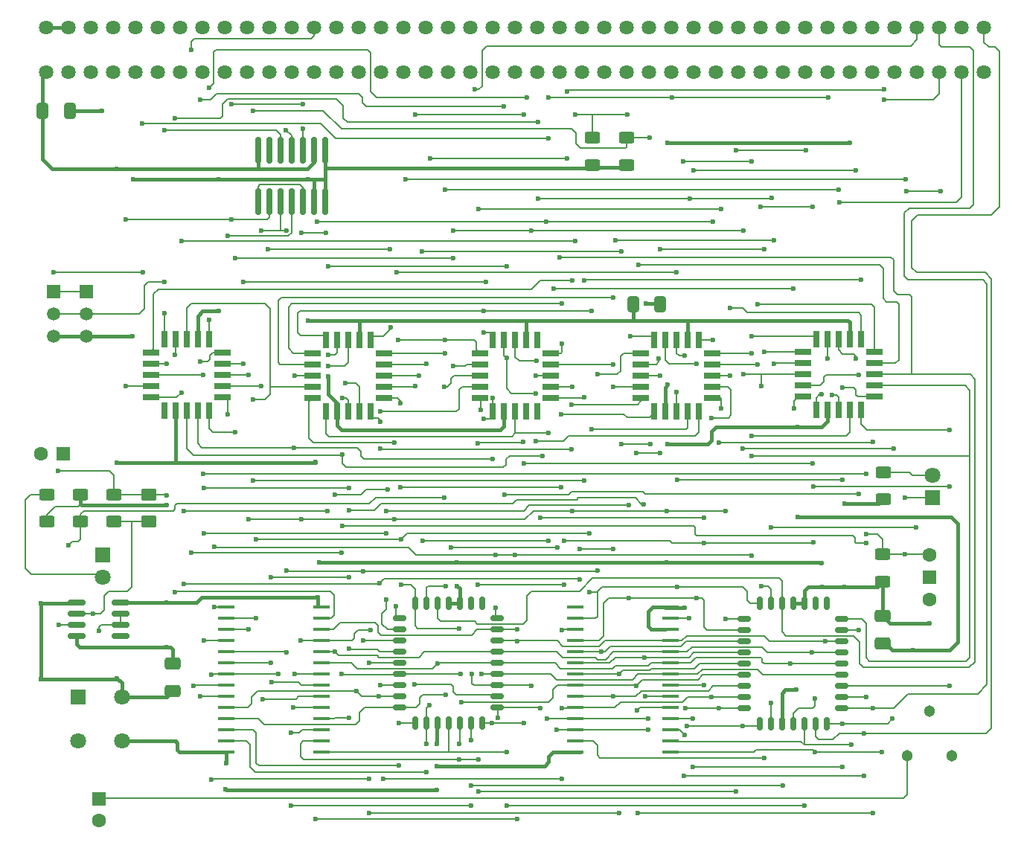
<source format=gbr>
%TF.GenerationSoftware,KiCad,Pcbnew,8.0.3*%
%TF.CreationDate,2024-09-18T06:56:09+02:00*%
%TF.ProjectId,ARIII,41524949-492e-46b6-9963-61645f706362,rev?*%
%TF.SameCoordinates,Original*%
%TF.FileFunction,Copper,L1,Top*%
%TF.FilePolarity,Positive*%
%FSLAX46Y46*%
G04 Gerber Fmt 4.6, Leading zero omitted, Abs format (unit mm)*
G04 Created by KiCad (PCBNEW 8.0.3) date 2024-09-18 06:56:09*
%MOMM*%
%LPD*%
G01*
G04 APERTURE LIST*
G04 Aperture macros list*
%AMRoundRect*
0 Rectangle with rounded corners*
0 $1 Rounding radius*
0 $2 $3 $4 $5 $6 $7 $8 $9 X,Y pos of 4 corners*
0 Add a 4 corners polygon primitive as box body*
4,1,4,$2,$3,$4,$5,$6,$7,$8,$9,$2,$3,0*
0 Add four circle primitives for the rounded corners*
1,1,$1+$1,$2,$3*
1,1,$1+$1,$4,$5*
1,1,$1+$1,$6,$7*
1,1,$1+$1,$8,$9*
0 Add four rect primitives between the rounded corners*
20,1,$1+$1,$2,$3,$4,$5,0*
20,1,$1+$1,$4,$5,$6,$7,0*
20,1,$1+$1,$6,$7,$8,$9,0*
20,1,$1+$1,$8,$9,$2,$3,0*%
G04 Aperture macros list end*
%TA.AperFunction,ComponentPad*%
%ADD10C,1.303000*%
%TD*%
%TA.AperFunction,ComponentPad*%
%ADD11R,1.500000X1.500000*%
%TD*%
%TA.AperFunction,ComponentPad*%
%ADD12C,1.600000*%
%TD*%
%TA.AperFunction,ComponentPad*%
%ADD13C,1.500000*%
%TD*%
%TA.AperFunction,ComponentPad*%
%ADD14R,1.600000X1.600000*%
%TD*%
%TA.AperFunction,ComponentPad*%
%ADD15R,1.800000X1.800000*%
%TD*%
%TA.AperFunction,ComponentPad*%
%ADD16C,1.800000*%
%TD*%
%TA.AperFunction,SMDPad,CuDef*%
%ADD17RoundRect,0.150000X-0.150000X-0.587500X0.150000X-0.587500X0.150000X0.587500X-0.150000X0.587500X0*%
%TD*%
%TA.AperFunction,SMDPad,CuDef*%
%ADD18RoundRect,0.150000X-0.587500X-0.150000X0.587500X-0.150000X0.587500X0.150000X-0.587500X0.150000X0*%
%TD*%
%TA.AperFunction,SMDPad,CuDef*%
%ADD19R,0.700000X1.925000*%
%TD*%
%TA.AperFunction,SMDPad,CuDef*%
%ADD20R,1.925000X0.700000*%
%TD*%
%TA.AperFunction,SMDPad,CuDef*%
%ADD21RoundRect,0.250000X-0.625000X0.400000X-0.625000X-0.400000X0.625000X-0.400000X0.625000X0.400000X0*%
%TD*%
%TA.AperFunction,SMDPad,CuDef*%
%ADD22RoundRect,0.250000X-0.650000X0.412500X-0.650000X-0.412500X0.650000X-0.412500X0.650000X0.412500X0*%
%TD*%
%TA.AperFunction,ComponentPad*%
%ADD23C,1.635000*%
%TD*%
%TA.AperFunction,SMDPad,CuDef*%
%ADD24R,1.981200X0.457200*%
%TD*%
%TA.AperFunction,SMDPad,CuDef*%
%ADD25RoundRect,0.250000X0.412500X0.650000X-0.412500X0.650000X-0.412500X-0.650000X0.412500X-0.650000X0*%
%TD*%
%TA.AperFunction,SMDPad,CuDef*%
%ADD26RoundRect,0.150000X-0.150000X1.350000X-0.150000X-1.350000X0.150000X-1.350000X0.150000X1.350000X0*%
%TD*%
%TA.AperFunction,SMDPad,CuDef*%
%ADD27RoundRect,0.150000X-0.825000X-0.150000X0.825000X-0.150000X0.825000X0.150000X-0.825000X0.150000X0*%
%TD*%
%TA.AperFunction,SMDPad,CuDef*%
%ADD28RoundRect,0.250001X0.624999X-0.462499X0.624999X0.462499X-0.624999X0.462499X-0.624999X-0.462499X0*%
%TD*%
%TA.AperFunction,ViaPad*%
%ADD29C,0.600000*%
%TD*%
%TA.AperFunction,Conductor*%
%ADD30C,0.200000*%
%TD*%
%TA.AperFunction,Conductor*%
%ADD31C,0.400000*%
%TD*%
G04 APERTURE END LIST*
D10*
%TO.P,VR1,1,CCW*%
%TO.N,+5V*%
X191090000Y-122080000D03*
%TO.P,VR1,2,WIPER*%
X188550000Y-117000000D03*
%TO.P,VR1,3,CW*%
%TO.N,Net-(U11-DIS)*%
X186010000Y-122080000D03*
%TD*%
D11*
%TO.P,SW2,1,B*%
%TO.N,Net-(D1-K)*%
X188500000Y-101690000D03*
D12*
%TO.P,SW2,2,C*%
%TO.N,GND*%
X188500000Y-104230000D03*
%TO.P,SW2,3,A*%
%TO.N,Net-(D1-K)*%
X188500000Y-99150000D03*
%TD*%
D11*
%TO.P,Q2,1,D*%
%TO.N,/A22*%
X88900000Y-69200000D03*
D13*
%TO.P,Q2,2,G*%
%TO.N,Net-(Q1-G)*%
X88900000Y-71740000D03*
%TO.P,Q2,3,S*%
%TO.N,+5V*%
X88900000Y-74280000D03*
%TD*%
D14*
%TO.P,C1,1*%
%TO.N,Net-(U11-DIS)*%
X94000000Y-126944888D03*
D12*
%TO.P,C1,2*%
%TO.N,GND*%
X94000000Y-129444888D03*
%TD*%
D15*
%TO.P,D2,1,K*%
%TO.N,GND*%
X94450000Y-99225000D03*
D16*
%TO.P,D2,2,A*%
%TO.N,Net-(D2-A)*%
X94450000Y-101765000D03*
%TD*%
D17*
%TO.P,U9,1,VPP*%
%TO.N,+5V*%
X133800000Y-104662500D03*
%TO.P,U9,2,A16*%
%TO.N,/A17*%
X132530000Y-104662500D03*
%TO.P,U9,3,A15*%
%TO.N,/A16*%
X131260000Y-104662500D03*
%TO.P,U9,4,A12*%
%TO.N,/A13*%
X129990000Y-104662500D03*
D18*
%TO.P,U9,5,A7*%
%TO.N,/A8*%
X128237500Y-106420000D03*
%TO.P,U9,6,A6*%
%TO.N,/A7*%
X128237500Y-107690000D03*
%TO.P,U9,7,A5*%
%TO.N,/A6*%
X128237500Y-108960000D03*
%TO.P,U9,8,A4*%
%TO.N,/A5*%
X128237500Y-110230000D03*
%TO.P,U9,9,A3*%
%TO.N,/A4*%
X128237500Y-111500000D03*
%TO.P,U9,10,A2*%
%TO.N,/A3*%
X128237500Y-112770000D03*
%TO.P,U9,11,A1*%
%TO.N,/A2*%
X128237500Y-114040000D03*
%TO.P,U9,12,A0*%
%TO.N,/A1*%
X128237500Y-115310000D03*
%TO.P,U9,13,D0*%
%TO.N,/D8*%
X128237500Y-116580000D03*
D17*
%TO.P,U9,14,D1*%
%TO.N,/D9*%
X129990000Y-118337500D03*
%TO.P,U9,15,D2*%
%TO.N,/D10*%
X131260000Y-118337500D03*
%TO.P,U9,16,GND*%
%TO.N,GND*%
X132530000Y-118337500D03*
%TO.P,U9,17,D3*%
%TO.N,/D11*%
X133800000Y-118337500D03*
%TO.P,U9,18,D4*%
%TO.N,/D12*%
X135070000Y-118337500D03*
%TO.P,U9,19,D5*%
%TO.N,/D13*%
X136340000Y-118337500D03*
%TO.P,U9,20,D6*%
%TO.N,/D14*%
X137610000Y-118337500D03*
D18*
%TO.P,U9,21,D7*%
%TO.N,/D15*%
X139362500Y-116580000D03*
%TO.P,U9,22,~{CE}*%
%TO.N,Net-(U4-IO5)*%
X139362500Y-115310000D03*
%TO.P,U9,23,A10*%
%TO.N,/A11*%
X139362500Y-114040000D03*
%TO.P,U9,24,~{OE}*%
%TO.N,/~{OE}*%
X139362500Y-112770000D03*
%TO.P,U9,25,A11*%
%TO.N,/A12*%
X139362500Y-111500000D03*
%TO.P,U9,26,A9*%
%TO.N,/A10*%
X139362500Y-110230000D03*
%TO.P,U9,27,A8*%
%TO.N,/A9*%
X139362500Y-108960000D03*
%TO.P,U9,28,A13*%
%TO.N,/A14*%
X139362500Y-107690000D03*
%TO.P,U9,29,A14*%
%TO.N,/A15*%
X139362500Y-106420000D03*
D17*
%TO.P,U9,30,NC*%
%TO.N,unconnected-(U9-NC-Pad30)*%
X137610000Y-104662500D03*
%TO.P,U9,31,~{PGM}*%
%TO.N,unconnected-(U9-~{PGM}-Pad31)*%
X136340000Y-104662500D03*
%TO.P,U9,32,VCC*%
%TO.N,+5V*%
X135070000Y-104662500D03*
%TD*%
D11*
%TO.P,Q1,1,D*%
%TO.N,/A22*%
X92600000Y-69200000D03*
D13*
%TO.P,Q1,2,G*%
%TO.N,Net-(Q1-G)*%
X92600000Y-71740000D03*
%TO.P,Q1,3,S*%
%TO.N,+5V*%
X92600000Y-74280000D03*
%TD*%
D19*
%TO.P,U4,1,I1/CLK*%
%TO.N,Net-(U2-IO1)*%
X122400000Y-74697500D03*
%TO.P,U4,2,I2*%
%TO.N,Net-(U2-IO7)*%
X121130000Y-74697500D03*
%TO.P,U4,3,I3*%
%TO.N,Net-(U2-IO8)*%
X119860000Y-74697500D03*
D20*
%TO.P,U4,4,I4*%
%TO.N,Net-(U3-IO2)*%
X118347500Y-76210000D03*
%TO.P,U4,5,I5*%
%TO.N,Net-(U3-I03)*%
X118347500Y-77480000D03*
%TO.P,U4,6,I6*%
%TO.N,/~{OE}*%
X118347500Y-78750000D03*
%TO.P,U4,7,I7*%
%TO.N,/~{AS}*%
X118347500Y-80020000D03*
%TO.P,U4,8,I8*%
%TO.N,/~{UDS}*%
X118347500Y-81290000D03*
D19*
%TO.P,U4,9,I9*%
%TO.N,/~{LDS}*%
X119860000Y-82802500D03*
%TO.P,U4,10,GND*%
%TO.N,GND*%
X121130000Y-82802500D03*
%TO.P,U4,11,I10/~{OE}*%
%TO.N,Net-(U3-IO4)*%
X122400000Y-82802500D03*
%TO.P,U4,12,IO8*%
%TO.N,Net-(U4-IO8)*%
X123670000Y-82802500D03*
%TO.P,U4,13,IO7*%
%TO.N,Net-(U2-I8)*%
X124940000Y-82802500D03*
D20*
%TO.P,U4,14,IO6*%
%TO.N,Net-(U2-I9)*%
X126452500Y-81290000D03*
%TO.P,U4,15,IO5*%
%TO.N,Net-(U4-IO5)*%
X126452500Y-80020000D03*
%TO.P,U4,16,IO4*%
%TO.N,Net-(U4-IO4)*%
X126452500Y-78750000D03*
%TO.P,U4,17,I03*%
%TO.N,/D0*%
X126452500Y-77480000D03*
%TO.P,U4,18,IO2*%
%TO.N,/D1*%
X126452500Y-76210000D03*
D19*
%TO.P,U4,19,IO1*%
%TO.N,Net-(U10-~{CE})*%
X124940000Y-74697500D03*
%TO.P,U4,20,VCC*%
%TO.N,+5V*%
X123670000Y-74697500D03*
%TD*%
D15*
%TO.P,SW1,1,1*%
%TO.N,Net-(U3-I6)*%
X91677500Y-115377500D03*
D16*
%TO.P,SW1,2,2*%
%TO.N,GND*%
X96677500Y-115377500D03*
%TO.P,SW1,3,3*%
%TO.N,Net-(U3-I6)*%
X91677500Y-120377500D03*
%TO.P,SW1,4,4*%
%TO.N,GND*%
X96677500Y-120377500D03*
%TD*%
D21*
%TO.P,R3,1*%
%TO.N,Net-(D1-A)*%
X183300000Y-89750000D03*
%TO.P,R3,2*%
%TO.N,+5V*%
X183300000Y-92850000D03*
%TD*%
D22*
%TO.P,C2,1*%
%TO.N,+5V*%
X102400000Y-111587500D03*
%TO.P,C2,2*%
%TO.N,GND*%
X102400000Y-114712500D03*
%TD*%
D23*
%TO.P,CN1,1,1*%
%TO.N,GND*%
X88060000Y-39120000D03*
%TO.P,CN1,2,2*%
X88060000Y-44200000D03*
%TO.P,CN1,3,3*%
X90600000Y-39120000D03*
%TO.P,CN1,4,4*%
X90600000Y-44200000D03*
%TO.P,CN1,5,5*%
%TO.N,+5V*%
X93140000Y-39120000D03*
%TO.P,CN1,6,6*%
%TO.N,unconnected-(CN1-Pad6)*%
X93140000Y-44200000D03*
%TO.P,CN1,7,7*%
%TO.N,unconnected-(CN1-Pad7)*%
X95680000Y-39120000D03*
%TO.P,CN1,8,8*%
%TO.N,unconnected-(CN1-Pad8)*%
X95680000Y-44200000D03*
%TO.P,CN1,9,9*%
%TO.N,unconnected-(CN1-Pad9)*%
X98220000Y-39120000D03*
%TO.P,CN1,10,10*%
%TO.N,unconnected-(CN1-Pad10)*%
X98220000Y-44200000D03*
%TO.P,CN1,11,11*%
%TO.N,unconnected-(CN1-Pad11)*%
X100760000Y-39120000D03*
%TO.P,CN1,12,12*%
%TO.N,unconnected-(CN1-Pad12)*%
X100760000Y-44200000D03*
%TO.P,CN1,13,13*%
%TO.N,unconnected-(CN1-Pad13)*%
X103300000Y-39120000D03*
%TO.P,CN1,14,14*%
%TO.N,unconnected-(CN1-Pad14)*%
X103300000Y-44200000D03*
%TO.P,CN1,15,15*%
%TO.N,unconnected-(CN1-Pad15)*%
X105840000Y-39120000D03*
%TO.P,CN1,16,16*%
%TO.N,unconnected-(CN1-Pad16)*%
X105840000Y-44200000D03*
%TO.P,CN1,17,17*%
%TO.N,unconnected-(CN1-Pad17)*%
X108380000Y-39120000D03*
%TO.P,CN1,18,18*%
%TO.N,unconnected-(CN1-Pad18)*%
X108380000Y-44200000D03*
%TO.P,CN1,19,19*%
%TO.N,unconnected-(CN1-Pad19)*%
X110920000Y-39120000D03*
%TO.P,CN1,20,20*%
%TO.N,unconnected-(CN1-Pad20)*%
X110920000Y-44200000D03*
%TO.P,CN1,21,21*%
%TO.N,unconnected-(CN1-Pad21)*%
X113460000Y-39120000D03*
%TO.P,CN1,22,22*%
%TO.N,/A5*%
X113460000Y-44200000D03*
%TO.P,CN1,23,23*%
%TO.N,/A4*%
X116000000Y-39120000D03*
%TO.P,CN1,24,24*%
%TO.N,/A6*%
X116000000Y-44200000D03*
%TO.P,CN1,25,25*%
%TO.N,/A3*%
X118540000Y-39120000D03*
%TO.P,CN1,26,26*%
%TO.N,unconnected-(CN1-Pad26)*%
X118540000Y-44200000D03*
%TO.P,CN1,27,27*%
%TO.N,/A7*%
X121080000Y-39120000D03*
%TO.P,CN1,28,28*%
%TO.N,/A2*%
X121080000Y-44200000D03*
%TO.P,CN1,29,29*%
%TO.N,/A8*%
X123620000Y-39120000D03*
%TO.P,CN1,30,30*%
%TO.N,/A1*%
X123620000Y-44200000D03*
%TO.P,CN1,31,31*%
%TO.N,/A9*%
X126160000Y-39120000D03*
%TO.P,CN1,32,32*%
%TO.N,/~{FC0}*%
X126160000Y-44200000D03*
%TO.P,CN1,33,33*%
%TO.N,/A10*%
X128700000Y-39120000D03*
%TO.P,CN1,34,34*%
%TO.N,/~{FC1}*%
X128700000Y-44200000D03*
%TO.P,CN1,35,35*%
%TO.N,/A11*%
X131240000Y-39120000D03*
%TO.P,CN1,36,36*%
%TO.N,unconnected-(CN1-Pad36)*%
X131240000Y-44200000D03*
%TO.P,CN1,37,37*%
%TO.N,/A12*%
X133780000Y-39120000D03*
%TO.P,CN1,38,38*%
%TO.N,unconnected-(CN1-Pad38)*%
X133780000Y-44200000D03*
%TO.P,CN1,39,39*%
%TO.N,/~{IPL0}*%
X136320000Y-39120000D03*
%TO.P,CN1,40,40*%
%TO.N,/A13*%
X136320000Y-44200000D03*
%TO.P,CN1,41,41*%
%TO.N,/~{IPL1}*%
X138860000Y-39120000D03*
%TO.P,CN1,42,42*%
%TO.N,/A14*%
X138860000Y-44200000D03*
%TO.P,CN1,43,43*%
%TO.N,/~{IPL2}*%
X141400000Y-39120000D03*
%TO.P,CN1,44,44*%
%TO.N,/A15*%
X141400000Y-44200000D03*
%TO.P,CN1,45,45*%
%TO.N,unconnected-(CN1-Pad45)*%
X143940000Y-39120000D03*
%TO.P,CN1,46,46*%
%TO.N,/A16*%
X143940000Y-44200000D03*
%TO.P,CN1,47,47*%
%TO.N,unconnected-(CN1-Pad47)*%
X146480000Y-39120000D03*
%TO.P,CN1,48,48*%
%TO.N,/A17*%
X146480000Y-44200000D03*
%TO.P,CN1,49,49*%
%TO.N,unconnected-(CN1-Pad49)*%
X149020000Y-39120000D03*
%TO.P,CN1,50,50*%
%TO.N,unconnected-(CN1-Pad50)*%
X149020000Y-44200000D03*
%TO.P,CN1,51,51*%
%TO.N,/A18*%
X151560000Y-39120000D03*
%TO.P,CN1,52,52*%
%TO.N,unconnected-(CN1-Pad52)*%
X151560000Y-44200000D03*
%TO.P,CN1,53,53*%
%TO.N,/A19*%
X154100000Y-39120000D03*
%TO.P,CN1,54,54*%
%TO.N,/~{RST}*%
X154100000Y-44200000D03*
%TO.P,CN1,55,55*%
%TO.N,/A20*%
X156640000Y-39120000D03*
%TO.P,CN1,56,56*%
%TO.N,/~{HLT}*%
X156640000Y-44200000D03*
%TO.P,CN1,57,57*%
%TO.N,/A21*%
X159180000Y-39120000D03*
%TO.P,CN1,58,58*%
%TO.N,/A22*%
X159180000Y-44200000D03*
%TO.P,CN1,59,59*%
%TO.N,unconnected-(CN1-Pad59)*%
X161720000Y-39120000D03*
%TO.P,CN1,60,60*%
%TO.N,/A23*%
X161720000Y-44200000D03*
%TO.P,CN1,61,61*%
%TO.N,unconnected-(CN1-Pad61)*%
X164260000Y-39120000D03*
%TO.P,CN1,62,62*%
%TO.N,unconnected-(CN1-Pad62)*%
X164260000Y-44200000D03*
%TO.P,CN1,63,63*%
%TO.N,unconnected-(CN1-Pad63)*%
X166800000Y-39120000D03*
%TO.P,CN1,64,64*%
%TO.N,/D15*%
X166800000Y-44200000D03*
%TO.P,CN1,65,65*%
%TO.N,unconnected-(CN1-Pad65)*%
X169340000Y-39120000D03*
%TO.P,CN1,66,66*%
%TO.N,/D14*%
X169340000Y-44200000D03*
%TO.P,CN1,67,67*%
%TO.N,/R_W*%
X171880000Y-39120000D03*
%TO.P,CN1,68,68*%
%TO.N,/D13*%
X171880000Y-44200000D03*
%TO.P,CN1,69,69*%
%TO.N,/~{LDS}*%
X174420000Y-39120000D03*
%TO.P,CN1,70,70*%
%TO.N,/D12*%
X174420000Y-44200000D03*
%TO.P,CN1,71,71*%
%TO.N,/~{UDS}*%
X176960000Y-39120000D03*
%TO.P,CN1,72,72*%
%TO.N,/D11*%
X176960000Y-44200000D03*
%TO.P,CN1,73,73*%
%TO.N,/~{AS}*%
X179500000Y-39120000D03*
%TO.P,CN1,74,74*%
%TO.N,GND*%
X179500000Y-44200000D03*
%TO.P,CN1,75,75*%
%TO.N,/D10*%
X182040000Y-39120000D03*
%TO.P,CN1,76,76*%
%TO.N,/D0*%
X182040000Y-44200000D03*
%TO.P,CN1,77,77*%
%TO.N,/D9*%
X184580000Y-39120000D03*
%TO.P,CN1,78,78*%
%TO.N,/D1*%
X184580000Y-44200000D03*
%TO.P,CN1,79,79*%
%TO.N,/D8*%
X187120000Y-39120000D03*
%TO.P,CN1,80,80*%
%TO.N,/D2*%
X187120000Y-44200000D03*
%TO.P,CN1,81,81*%
%TO.N,/D7*%
X189660000Y-39120000D03*
%TO.P,CN1,82,82*%
%TO.N,/D3*%
X189660000Y-44200000D03*
%TO.P,CN1,83,83*%
%TO.N,/D6*%
X192200000Y-39120000D03*
%TO.P,CN1,84,84*%
%TO.N,/D4*%
X192200000Y-44200000D03*
%TO.P,CN1,85,85*%
%TO.N,/D5*%
X194740000Y-39120000D03*
%TO.P,CN1,86,86*%
%TO.N,unconnected-(CN1-Pad86)*%
X194740000Y-44200000D03*
%TD*%
D24*
%TO.P,U8,1*%
%TO.N,unconnected-(U8-Pad1)*%
X148227100Y-105145000D03*
%TO.P,U8,2,A12*%
%TO.N,/A13*%
X148227100Y-106415000D03*
%TO.P,U8,3,A7*%
%TO.N,/A8*%
X148227100Y-107685000D03*
%TO.P,U8,4,A6*%
%TO.N,/A7*%
X148227100Y-108955000D03*
%TO.P,U8,5,A5*%
%TO.N,/A6*%
X148227100Y-110225000D03*
%TO.P,U8,6,A4*%
%TO.N,/A5*%
X148227100Y-111495000D03*
%TO.P,U8,7,A3*%
%TO.N,/A4*%
X148227100Y-112765000D03*
%TO.P,U8,8,A2*%
%TO.N,/A3*%
X148227100Y-114035000D03*
%TO.P,U8,9,A1*%
%TO.N,/A2*%
X148227100Y-115305000D03*
%TO.P,U8,10,A0*%
%TO.N,/A1*%
X148227100Y-116575000D03*
%TO.P,U8,11,I/O0*%
%TO.N,/D0*%
X148227100Y-117845000D03*
%TO.P,U8,12,I/O1*%
%TO.N,/D1*%
X148227100Y-119115000D03*
%TO.P,U8,13,I/O2*%
%TO.N,/D2*%
X148227100Y-120385000D03*
%TO.P,U8,14,GND*%
%TO.N,GND*%
X148227100Y-121655000D03*
%TO.P,U8,15,I/O3*%
%TO.N,/D3*%
X159072900Y-121655000D03*
%TO.P,U8,16,I/O4*%
%TO.N,/D4*%
X159072900Y-120385000D03*
%TO.P,U8,17,I/O5*%
%TO.N,/D5*%
X159072900Y-119115000D03*
%TO.P,U8,18,I/O6*%
%TO.N,/D6*%
X159072900Y-117845000D03*
%TO.P,U8,19,I/O7*%
%TO.N,/D7*%
X159072900Y-116575000D03*
%TO.P,U8,20,~{CE}*%
%TO.N,Net-(U4-IO4)*%
X159072900Y-115305000D03*
%TO.P,U8,21,A10*%
%TO.N,/A11*%
X159072900Y-114035000D03*
%TO.P,U8,22,~{OE}*%
%TO.N,/~{OE}*%
X159072900Y-112765000D03*
%TO.P,U8,23,A11*%
%TO.N,/A12*%
X159072900Y-111495000D03*
%TO.P,U8,24,A9*%
%TO.N,/A10*%
X159072900Y-110225000D03*
%TO.P,U8,25,A8*%
%TO.N,/A9*%
X159072900Y-108955000D03*
%TO.P,U8,26,CE*%
%TO.N,+5V*%
X159072900Y-107685000D03*
%TO.P,U8,27,~{WE}*%
%TO.N,/R_W*%
X159072900Y-106415000D03*
%TO.P,U8,28,VDD*%
%TO.N,+5V*%
X159072900Y-105145000D03*
%TD*%
D21*
%TO.P,R1,1*%
%TO.N,/~{HLT}*%
X154050000Y-51700000D03*
%TO.P,R1,2*%
%TO.N,+5V*%
X154050000Y-54800000D03*
%TD*%
D25*
%TO.P,C4,1*%
%TO.N,GND*%
X157912500Y-70650000D03*
%TO.P,C4,2*%
%TO.N,+5V*%
X154787500Y-70650000D03*
%TD*%
D21*
%TO.P,R6,1*%
%TO.N,+5V*%
X91950000Y-92300000D03*
%TO.P,R6,2*%
%TO.N,Net-(U3-I6)*%
X91950000Y-95400000D03*
%TD*%
D14*
%TO.P,C6,1*%
%TO.N,Net-(D3-K)*%
X89950000Y-87650000D03*
D12*
%TO.P,C6,2*%
%TO.N,GND*%
X87450000Y-87650000D03*
%TD*%
D19*
%TO.P,U3,1,I1/CLK*%
%TO.N,Net-(U2-IO1)*%
X141400000Y-74697500D03*
%TO.P,U3,2,I2*%
%TO.N,Net-(U2-IO7)*%
X140130000Y-74697500D03*
%TO.P,U3,3,I3*%
%TO.N,Net-(U2-IO8)*%
X138860000Y-74697500D03*
D20*
%TO.P,U3,4,I4*%
%TO.N,/~{UDS}*%
X137347500Y-76210000D03*
%TO.P,U3,5,I5*%
%TO.N,Net-(U3-I5)*%
X137347500Y-77480000D03*
%TO.P,U3,6,I6*%
%TO.N,Net-(U3-I6)*%
X137347500Y-78750000D03*
%TO.P,U3,7,I7*%
%TO.N,/~{FC0}*%
X137347500Y-80020000D03*
%TO.P,U3,8,I8*%
%TO.N,Net-(U2-IO6)*%
X137347500Y-81290000D03*
D19*
%TO.P,U3,9,I9*%
%TO.N,/~{OE}*%
X138860000Y-82802500D03*
%TO.P,U3,10,GND*%
%TO.N,GND*%
X140130000Y-82802500D03*
%TO.P,U3,11,I10/~{OE}*%
%TO.N,/~{LDS}*%
X141400000Y-82802500D03*
%TO.P,U3,12,IO8*%
%TO.N,unconnected-(U3-IO8-Pad12)*%
X142670000Y-82802500D03*
%TO.P,U3,13,IO7*%
%TO.N,unconnected-(U3-IO7-Pad13)*%
X143940000Y-82802500D03*
D20*
%TO.P,U3,14,IO6*%
%TO.N,/~{AS}*%
X145452500Y-81290000D03*
%TO.P,U3,15,IO5*%
%TO.N,Net-(U3-IO5)*%
X145452500Y-80020000D03*
%TO.P,U3,16,IO4*%
%TO.N,Net-(U3-IO4)*%
X145452500Y-78750000D03*
%TO.P,U3,17,I03*%
%TO.N,Net-(U3-I03)*%
X145452500Y-77480000D03*
%TO.P,U3,18,IO2*%
%TO.N,Net-(U3-IO2)*%
X145452500Y-76210000D03*
D19*
%TO.P,U3,19,IO1*%
%TO.N,unconnected-(U3-IO1-Pad19)*%
X143940000Y-74697500D03*
%TO.P,U3,20,VCC*%
%TO.N,+5V*%
X142670000Y-74697500D03*
%TD*%
D15*
%TO.P,D1,1,K*%
%TO.N,Net-(D1-K)*%
X188850000Y-92700000D03*
D16*
%TO.P,D1,2,A*%
%TO.N,Net-(D1-A)*%
X188850000Y-90160000D03*
%TD*%
D19*
%TO.P,U1,1,I1/CLK*%
%TO.N,/A23*%
X178200000Y-74597500D03*
%TO.P,U1,2,I2*%
%TO.N,/A22*%
X176930000Y-74597500D03*
%TO.P,U1,3,I3*%
%TO.N,/A21*%
X175660000Y-74597500D03*
D20*
%TO.P,U1,4,I4*%
%TO.N,/A20*%
X174147500Y-76110000D03*
%TO.P,U1,5,I5*%
%TO.N,/A18*%
X174147500Y-77380000D03*
%TO.P,U1,6,I6*%
%TO.N,/A16*%
X174147500Y-78650000D03*
%TO.P,U1,7,I7*%
%TO.N,/A14*%
X174147500Y-79920000D03*
%TO.P,U1,8,I8*%
%TO.N,/A12*%
X174147500Y-81190000D03*
D19*
%TO.P,U1,9,I9*%
%TO.N,/A10*%
X175660000Y-82702500D03*
%TO.P,U1,10,GND*%
%TO.N,GND*%
X176930000Y-82702500D03*
%TO.P,U1,11,I10/~{OE}*%
%TO.N,/A9*%
X178200000Y-82702500D03*
%TO.P,U1,12,IO8*%
%TO.N,Net-(U1-IO8)*%
X179470000Y-82702500D03*
%TO.P,U1,13,IO7*%
%TO.N,/A11*%
X180740000Y-82702500D03*
D20*
%TO.P,U1,14,IO6*%
%TO.N,/A13*%
X182252500Y-81190000D03*
%TO.P,U1,15,IO5*%
%TO.N,/A15*%
X182252500Y-79920000D03*
%TO.P,U1,16,IO4*%
%TO.N,/A17*%
X182252500Y-78650000D03*
%TO.P,U1,17,I03*%
%TO.N,/A19*%
X182252500Y-77380000D03*
%TO.P,U1,18,IO2*%
%TO.N,Net-(U1-IO2)*%
X182252500Y-76110000D03*
D19*
%TO.P,U1,19,IO1*%
%TO.N,Net-(U1-IO1)*%
X180740000Y-74597500D03*
%TO.P,U1,20,VCC*%
%TO.N,+5V*%
X179470000Y-74597500D03*
%TD*%
%TO.P,U5,1,I1/CLK*%
%TO.N,/~{AS}*%
X104000000Y-74647500D03*
%TO.P,U5,2,I2*%
%TO.N,/R_W*%
X102730000Y-74647500D03*
%TO.P,U5,3,I3*%
%TO.N,Net-(Q1-G)*%
X101460000Y-74647500D03*
D20*
%TO.P,U5,4,I4*%
%TO.N,Net-(U3-IO5)*%
X99947500Y-76160000D03*
%TO.P,U5,5,I5*%
%TO.N,Net-(D3-A)*%
X99947500Y-77430000D03*
%TO.P,U5,6,I6*%
%TO.N,Net-(D1-K)*%
X99947500Y-78700000D03*
%TO.P,U5,7,I7*%
%TO.N,Net-(U5-I7)*%
X99947500Y-79970000D03*
%TO.P,U5,8,I8*%
%TO.N,/~{RST}*%
X99947500Y-81240000D03*
D19*
%TO.P,U5,9,I9*%
%TO.N,unconnected-(U5-I9-Pad9)*%
X101460000Y-82752500D03*
%TO.P,U5,10,GND*%
%TO.N,GND*%
X102730000Y-82752500D03*
%TO.P,U5,11,I10/~{OE}*%
%TO.N,Net-(U3-IO4)*%
X104000000Y-82752500D03*
%TO.P,U5,12,IO8*%
%TO.N,/~{OE}*%
X105270000Y-82752500D03*
%TO.P,U5,13,IO7*%
%TO.N,Net-(U3-I5)*%
X106540000Y-82752500D03*
D20*
%TO.P,U5,14,IO6*%
%TO.N,Net-(U5-IO6)*%
X108052500Y-81240000D03*
%TO.P,U5,15,IO5*%
%TO.N,Net-(U5-IO5)*%
X108052500Y-79970000D03*
%TO.P,U5,16,IO4*%
%TO.N,/~{HLT}*%
X108052500Y-78700000D03*
%TO.P,U5,17,I03*%
%TO.N,/~{IPL0}*%
X108052500Y-77430000D03*
%TO.P,U5,18,IO2*%
%TO.N,/~{IPL1}*%
X108052500Y-76160000D03*
D19*
%TO.P,U5,19,IO1*%
%TO.N,/~{IPL2}*%
X106540000Y-74647500D03*
%TO.P,U5,20,VCC*%
%TO.N,+5V*%
X105270000Y-74647500D03*
%TD*%
D22*
%TO.P,C3,1*%
%TO.N,+5V*%
X183200000Y-106137500D03*
%TO.P,C3,2*%
%TO.N,GND*%
X183200000Y-109262500D03*
%TD*%
D26*
%TO.P,U6,1,~{R}*%
%TO.N,+5V*%
X119760000Y-53100000D03*
%TO.P,U6,2,D*%
%TO.N,GND*%
X118490000Y-53100000D03*
%TO.P,U6,3,C*%
%TO.N,Net-(U5-I7)*%
X117220000Y-53100000D03*
%TO.P,U6,4,~{S}*%
%TO.N,Net-(U5-IO5)*%
X115950000Y-53100000D03*
%TO.P,U6,5,Q*%
%TO.N,Net-(Q1-G)*%
X114680000Y-53100000D03*
%TO.P,U6,6,~{Q}*%
%TO.N,unconnected-(U6A-~{Q}-Pad6)*%
X113410000Y-53100000D03*
%TO.P,U6,7,GND*%
%TO.N,GND*%
X112140000Y-53100000D03*
%TO.P,U6,8,~{Q}*%
%TO.N,Net-(U6B-D)*%
X112140000Y-59000000D03*
%TO.P,U6,9,Q*%
%TO.N,Net-(U5-I7)*%
X113410000Y-59000000D03*
%TO.P,U6,10,~{S}*%
%TO.N,Net-(U5-IO5)*%
X114680000Y-59000000D03*
%TO.P,U6,11,C*%
%TO.N,Net-(U5-IO6)*%
X115950000Y-59000000D03*
%TO.P,U6,12,D*%
%TO.N,Net-(U6B-D)*%
X117220000Y-59000000D03*
%TO.P,U6,13,~{R}*%
%TO.N,+5V*%
X118490000Y-59000000D03*
%TO.P,U6,14,VCC*%
X119760000Y-59000000D03*
%TD*%
D27*
%TO.P,U11,1,GND*%
%TO.N,GND*%
X91525000Y-104645000D03*
%TO.P,U11,2,TR*%
%TO.N,Net-(D3-K)*%
X91525000Y-105915000D03*
%TO.P,U11,3,Q*%
%TO.N,Net-(D3-A)*%
X91525000Y-107185000D03*
%TO.P,U11,4,R*%
%TO.N,+5V*%
X91525000Y-108455000D03*
%TO.P,U11,5,CV*%
%TO.N,unconnected-(U11-CV-Pad5)*%
X96475000Y-108455000D03*
%TO.P,U11,6,THR*%
%TO.N,Net-(U11-DIS)*%
X96475000Y-107185000D03*
%TO.P,U11,7,DIS*%
X96475000Y-105915000D03*
%TO.P,U11,8,VCC*%
%TO.N,+5V*%
X96475000Y-104645000D03*
%TD*%
D21*
%TO.P,R7,1*%
%TO.N,Net-(D2-A)*%
X88100000Y-92300000D03*
%TO.P,R7,2*%
%TO.N,+5V*%
X88100000Y-95400000D03*
%TD*%
D28*
%TO.P,D3,1,K*%
%TO.N,Net-(D3-K)*%
X99700000Y-95337500D03*
%TO.P,D3,2,A*%
%TO.N,Net-(D3-A)*%
X99700000Y-92362500D03*
%TD*%
D21*
%TO.P,R4,1*%
%TO.N,Net-(D1-K)*%
X183200000Y-99100000D03*
%TO.P,R4,2*%
%TO.N,+5V*%
X183200000Y-102200000D03*
%TD*%
%TO.P,R2,1*%
%TO.N,/~{RST}*%
X150150000Y-51700000D03*
%TO.P,R2,2*%
%TO.N,+5V*%
X150150000Y-54800000D03*
%TD*%
D17*
%TO.P,U7,1,VPP*%
%TO.N,+5V*%
X173000000Y-104712500D03*
%TO.P,U7,2,A16*%
%TO.N,/A17*%
X171730000Y-104712500D03*
%TO.P,U7,3,A15*%
%TO.N,/A16*%
X170460000Y-104712500D03*
%TO.P,U7,4,A12*%
%TO.N,/A13*%
X169190000Y-104712500D03*
D18*
%TO.P,U7,5,A7*%
%TO.N,/A8*%
X167437500Y-106470000D03*
%TO.P,U7,6,A6*%
%TO.N,/A7*%
X167437500Y-107740000D03*
%TO.P,U7,7,A5*%
%TO.N,/A6*%
X167437500Y-109010000D03*
%TO.P,U7,8,A4*%
%TO.N,/A5*%
X167437500Y-110280000D03*
%TO.P,U7,9,A3*%
%TO.N,/A4*%
X167437500Y-111550000D03*
%TO.P,U7,10,A2*%
%TO.N,/A3*%
X167437500Y-112820000D03*
%TO.P,U7,11,A1*%
%TO.N,/A2*%
X167437500Y-114090000D03*
%TO.P,U7,12,A0*%
%TO.N,/A1*%
X167437500Y-115360000D03*
%TO.P,U7,13,D0*%
%TO.N,/D0*%
X167437500Y-116630000D03*
D17*
%TO.P,U7,14,D1*%
%TO.N,/D1*%
X169190000Y-118387500D03*
%TO.P,U7,15,D2*%
%TO.N,/D2*%
X170460000Y-118387500D03*
%TO.P,U7,16,GND*%
%TO.N,GND*%
X171730000Y-118387500D03*
%TO.P,U7,17,D3*%
%TO.N,/D3*%
X173000000Y-118387500D03*
%TO.P,U7,18,D4*%
%TO.N,/D4*%
X174270000Y-118387500D03*
%TO.P,U7,19,D5*%
%TO.N,/D5*%
X175540000Y-118387500D03*
%TO.P,U7,20,D6*%
%TO.N,/D6*%
X176810000Y-118387500D03*
D18*
%TO.P,U7,21,D7*%
%TO.N,/D7*%
X178562500Y-116630000D03*
%TO.P,U7,22,~{CE}*%
%TO.N,Net-(U4-IO8)*%
X178562500Y-115360000D03*
%TO.P,U7,23,A10*%
%TO.N,/A11*%
X178562500Y-114090000D03*
%TO.P,U7,24,~{OE}*%
%TO.N,/~{OE}*%
X178562500Y-112820000D03*
%TO.P,U7,25,A11*%
%TO.N,/A12*%
X178562500Y-111550000D03*
%TO.P,U7,26,A9*%
%TO.N,/A10*%
X178562500Y-110280000D03*
%TO.P,U7,27,A8*%
%TO.N,/A9*%
X178562500Y-109010000D03*
%TO.P,U7,28,A13*%
%TO.N,/A14*%
X178562500Y-107740000D03*
%TO.P,U7,29,A14*%
%TO.N,/A15*%
X178562500Y-106470000D03*
D17*
%TO.P,U7,30,NC*%
%TO.N,unconnected-(U7-NC-Pad30)*%
X176810000Y-104712500D03*
%TO.P,U7,31,~{PGM}*%
%TO.N,unconnected-(U7-~{PGM}-Pad31)*%
X175540000Y-104712500D03*
%TO.P,U7,32,VCC*%
%TO.N,+5V*%
X174270000Y-104712500D03*
%TD*%
D19*
%TO.P,U2,1,I1/CLK*%
%TO.N,/A8*%
X159750000Y-74697500D03*
%TO.P,U2,2,I2*%
%TO.N,/A7*%
X158480000Y-74697500D03*
%TO.P,U2,3,I3*%
%TO.N,/A4*%
X157210000Y-74697500D03*
D20*
%TO.P,U2,4,I4*%
%TO.N,/A6*%
X155697500Y-76210000D03*
%TO.P,U2,5,I5*%
%TO.N,/A5*%
X155697500Y-77480000D03*
%TO.P,U2,6,I6*%
%TO.N,/A3*%
X155697500Y-78750000D03*
%TO.P,U2,7,I7*%
%TO.N,/A2*%
X155697500Y-80020000D03*
%TO.P,U2,8,I8*%
%TO.N,Net-(U2-I8)*%
X155697500Y-81290000D03*
D19*
%TO.P,U2,9,I9*%
%TO.N,Net-(U2-I9)*%
X157210000Y-82802500D03*
%TO.P,U2,10,GND*%
%TO.N,GND*%
X158480000Y-82802500D03*
%TO.P,U2,11,I10/~{OE}*%
%TO.N,/~{FC1}*%
X159750000Y-82802500D03*
%TO.P,U2,12,IO8*%
%TO.N,Net-(U2-IO8)*%
X161020000Y-82802500D03*
%TO.P,U2,13,IO7*%
%TO.N,Net-(U2-IO7)*%
X162290000Y-82802500D03*
D20*
%TO.P,U2,14,IO6*%
%TO.N,Net-(U2-IO6)*%
X163802500Y-81290000D03*
%TO.P,U2,15,IO5*%
%TO.N,/A1*%
X163802500Y-80020000D03*
%TO.P,U2,16,IO4*%
%TO.N,Net-(U1-IO1)*%
X163802500Y-78750000D03*
%TO.P,U2,17,I03*%
%TO.N,Net-(U1-IO2)*%
X163802500Y-77480000D03*
%TO.P,U2,18,IO2*%
%TO.N,Net-(U1-IO8)*%
X163802500Y-76210000D03*
D19*
%TO.P,U2,19,IO1*%
%TO.N,Net-(U2-IO1)*%
X162290000Y-74697500D03*
%TO.P,U2,20,VCC*%
%TO.N,+5V*%
X161020000Y-74697500D03*
%TD*%
D25*
%TO.P,C5,1*%
%TO.N,+5V*%
X90712500Y-48600000D03*
%TO.P,C5,2*%
%TO.N,GND*%
X87587500Y-48600000D03*
%TD*%
D24*
%TO.P,U10,1,A14*%
%TO.N,/A15*%
X108477100Y-105145000D03*
%TO.P,U10,2,A12*%
%TO.N,/A13*%
X108477100Y-106415000D03*
%TO.P,U10,3,A7*%
%TO.N,/A8*%
X108477100Y-107685000D03*
%TO.P,U10,4,A6*%
%TO.N,/A7*%
X108477100Y-108955000D03*
%TO.P,U10,5,A5*%
%TO.N,/A6*%
X108477100Y-110225000D03*
%TO.P,U10,6,A4*%
%TO.N,/A5*%
X108477100Y-111495000D03*
%TO.P,U10,7,A3*%
%TO.N,/A4*%
X108477100Y-112765000D03*
%TO.P,U10,8,A2*%
%TO.N,/A3*%
X108477100Y-114035000D03*
%TO.P,U10,9,A1*%
%TO.N,/A2*%
X108477100Y-115305000D03*
%TO.P,U10,10,A0*%
%TO.N,/A1*%
X108477100Y-116575000D03*
%TO.P,U10,11,I/O0*%
%TO.N,/D8*%
X108477100Y-117845000D03*
%TO.P,U10,12,I/O1*%
%TO.N,/D9*%
X108477100Y-119115000D03*
%TO.P,U10,13,I/O2*%
%TO.N,/D10*%
X108477100Y-120385000D03*
%TO.P,U10,14,GND*%
%TO.N,GND*%
X108477100Y-121655000D03*
%TO.P,U10,15,I/O3*%
%TO.N,/D11*%
X119322900Y-121655000D03*
%TO.P,U10,16,I/O4*%
%TO.N,/D12*%
X119322900Y-120385000D03*
%TO.P,U10,17,I/O5*%
%TO.N,/D13*%
X119322900Y-119115000D03*
%TO.P,U10,18,I/O6*%
%TO.N,/D14*%
X119322900Y-117845000D03*
%TO.P,U10,19,I/O7*%
%TO.N,/D15*%
X119322900Y-116575000D03*
%TO.P,U10,20,~{CE}*%
%TO.N,Net-(U10-~{CE})*%
X119322900Y-115305000D03*
%TO.P,U10,21,A10*%
%TO.N,/A11*%
X119322900Y-114035000D03*
%TO.P,U10,22,~{OE}*%
%TO.N,/~{OE}*%
X119322900Y-112765000D03*
%TO.P,U10,23,A11*%
%TO.N,/A12*%
X119322900Y-111495000D03*
%TO.P,U10,24,A9*%
%TO.N,/A10*%
X119322900Y-110225000D03*
%TO.P,U10,25,A8*%
%TO.N,/A9*%
X119322900Y-108955000D03*
%TO.P,U10,26,A13*%
%TO.N,/A14*%
X119322900Y-107685000D03*
%TO.P,U10,27,~{WE}*%
%TO.N,/R_W*%
X119322900Y-106415000D03*
%TO.P,U10,28,VDD*%
%TO.N,+5V*%
X119322900Y-105145000D03*
%TD*%
D21*
%TO.P,R5,1*%
%TO.N,Net-(D3-A)*%
X95750000Y-92300000D03*
%TO.P,R5,2*%
%TO.N,Net-(D3-K)*%
X95750000Y-95400000D03*
%TD*%
D29*
%TO.N,Net-(U3-I6)*%
X133300000Y-80050000D03*
X90600000Y-98100000D03*
X133300000Y-92650000D03*
%TO.N,Net-(U10-~{CE})*%
X127200000Y-73300000D03*
X113250000Y-64400000D03*
X127150000Y-64400000D03*
X112700000Y-115600000D03*
%TO.N,Net-(U2-IO1)*%
X118850000Y-61250000D03*
X163850000Y-61250000D03*
X163850000Y-74700000D03*
X143800000Y-77100000D03*
X120100000Y-77650000D03*
X144900000Y-61250000D03*
%TO.N,/A5*%
X122450000Y-109850000D03*
X113600000Y-111500000D03*
X156100000Y-110850000D03*
X122450000Y-94100000D03*
X122450000Y-101750000D03*
X113600000Y-101750000D03*
X156000000Y-93400000D03*
X157700000Y-76800000D03*
%TO.N,/A8*%
X165350000Y-94150000D03*
X158650000Y-94150000D03*
X127850000Y-105050000D03*
X117050000Y-62500000D03*
X160650000Y-76500000D03*
X117050000Y-95100000D03*
X119850000Y-62500000D03*
X146700000Y-107696000D03*
X111050000Y-95100000D03*
X147900000Y-94150000D03*
X165350000Y-106450000D03*
X127650000Y-95100000D03*
X111050000Y-107685000D03*
%TO.N,/~{IPL2}*%
X106550000Y-46050000D03*
X106550000Y-72450000D03*
X142700000Y-47150000D03*
%TO.N,/A15*%
X141400000Y-99150000D03*
X139200000Y-99150000D03*
X168300000Y-99300000D03*
X139200000Y-105200000D03*
X107150000Y-105150000D03*
X107150000Y-98250000D03*
X168300000Y-87950000D03*
%TO.N,GND*%
X158750000Y-86550000D03*
X158750000Y-79800000D03*
X179500000Y-52250000D03*
X132500000Y-123200000D03*
X186650000Y-110000000D03*
X96101600Y-55245000D03*
X132500000Y-125900000D03*
X108477100Y-122916900D03*
X120100000Y-78850000D03*
X108458000Y-125857000D03*
X96100000Y-113200000D03*
X87450000Y-104650000D03*
X173350000Y-114550000D03*
X132500000Y-120650000D03*
X87400000Y-113300000D03*
X156300000Y-70600000D03*
X96100000Y-88700000D03*
X173500000Y-94850000D03*
X158750000Y-52250000D03*
X173500000Y-84650000D03*
X118700000Y-88600000D03*
%TO.N,+5V*%
X188550000Y-106950000D03*
X107650000Y-71450000D03*
X158650000Y-100050000D03*
X134800000Y-102700000D03*
X176250000Y-100150000D03*
X97950000Y-56400000D03*
X94400000Y-48650000D03*
X119100000Y-100050000D03*
X101700000Y-104600000D03*
X117850000Y-72500000D03*
X160650000Y-105156000D03*
X101750000Y-93550000D03*
X117800000Y-56400000D03*
X118950000Y-104050000D03*
X176300000Y-102800000D03*
X178850000Y-102800000D03*
X97880000Y-74280000D03*
X134800000Y-100050000D03*
X178900000Y-93350000D03*
X107650000Y-56400000D03*
X101700000Y-109700000D03*
%TO.N,/~{OE}*%
X116250000Y-87000000D03*
X116300000Y-112765000D03*
X116300000Y-78750000D03*
X137550000Y-112750000D03*
X137850000Y-83650000D03*
X138850000Y-81300000D03*
X138850000Y-88300000D03*
%TO.N,Net-(U4-IO4)*%
X153500000Y-64600000D03*
X130750000Y-64600000D03*
X130400000Y-78750000D03*
X156750000Y-86600000D03*
X153500000Y-86600000D03*
X156200000Y-115300000D03*
%TO.N,Net-(U4-IO5)*%
X130000000Y-80000000D03*
X129950000Y-113900000D03*
%TO.N,/A1*%
X146700000Y-116586000D03*
X125900000Y-115300000D03*
X126350000Y-124700000D03*
X163750000Y-115350000D03*
X163750000Y-83600000D03*
X123300000Y-114650000D03*
X146685000Y-124700000D03*
%TO.N,Net-(U4-IO8)*%
X181300000Y-115350000D03*
X122050000Y-79650000D03*
X181300000Y-97850000D03*
X121700000Y-95900000D03*
%TO.N,/A16*%
X133500000Y-102700000D03*
X167350000Y-78650000D03*
X167350000Y-62300000D03*
X169350000Y-80000000D03*
X169350000Y-102750000D03*
X143250000Y-62300000D03*
X134300000Y-62300000D03*
%TO.N,Net-(U2-I8)*%
X126050000Y-87100000D03*
X147800000Y-82050000D03*
X147800000Y-87150000D03*
X126050000Y-84050000D03*
%TO.N,Net-(U2-I9)*%
X128350000Y-91500000D03*
X146600000Y-91500000D03*
X146650000Y-83150000D03*
X128350000Y-81950000D03*
%TO.N,Net-(U3-IO4)*%
X121700000Y-87750000D03*
X121700000Y-81300000D03*
X143750000Y-78750000D03*
X144500000Y-87900000D03*
%TO.N,/A9*%
X118700000Y-129250000D03*
X124950000Y-107750000D03*
X176700000Y-109000000D03*
X141650000Y-109000000D03*
X177400000Y-80950000D03*
X141650000Y-129250000D03*
X117000000Y-108950000D03*
%TO.N,Net-(U2-IO7)*%
X120100000Y-76450000D03*
X140400000Y-66350000D03*
X143700000Y-86200000D03*
X140400000Y-76750000D03*
X143700000Y-80800000D03*
X120100000Y-66350000D03*
%TO.N,Net-(U2-IO8)*%
X150100000Y-71450000D03*
X137800000Y-73900000D03*
X150100000Y-84900000D03*
X137800000Y-71450000D03*
%TO.N,Net-(U3-IO2)*%
X146700000Y-70600000D03*
X146700000Y-75100000D03*
%TO.N,Net-(U3-I03)*%
X152500000Y-77500000D03*
X152550000Y-69850000D03*
%TO.N,Net-(U3-I5)*%
X134350000Y-77700000D03*
X109500000Y-85200000D03*
X134350000Y-65400000D03*
X109500000Y-65400000D03*
%TO.N,Net-(U2-IO6)*%
X137200000Y-59850000D03*
X164850000Y-59850000D03*
X164850000Y-82500000D03*
X137450000Y-82700000D03*
%TO.N,Net-(U3-IO5)*%
X147850000Y-80020000D03*
X147850000Y-67950000D03*
%TO.N,/~{FC0}*%
X126050000Y-82850000D03*
%TO.N,/A17*%
X146450000Y-65300000D03*
%TO.N,Net-(U1-IO8)*%
X168250000Y-76200000D03*
X168250000Y-85600000D03*
%TO.N,Net-(U1-IO2)*%
X169000000Y-77500000D03*
X169000000Y-70650000D03*
%TO.N,/A18*%
X170800000Y-77400000D03*
X170800000Y-63400000D03*
X152800000Y-63350000D03*
%TO.N,Net-(U1-IO1)*%
X165850000Y-71050000D03*
X165850000Y-78750000D03*
%TO.N,Net-(Q1-G)*%
X101473000Y-50800000D03*
X101450000Y-71700000D03*
X101450000Y-68100000D03*
%TO.N,Net-(D1-K)*%
X185750000Y-99100000D03*
X181300000Y-89950000D03*
X185750000Y-92700000D03*
X105900000Y-78700000D03*
X105900000Y-89950000D03*
X181300000Y-96800000D03*
%TO.N,/A19*%
X155400000Y-66200000D03*
%TO.N,/A10*%
X120850000Y-92300000D03*
X120850000Y-110200000D03*
X175150000Y-110250000D03*
X176225000Y-80925000D03*
X126900000Y-91750000D03*
%TO.N,/~{FC1}*%
X159750000Y-67050000D03*
X127900000Y-67050000D03*
X159750000Y-80650000D03*
%TO.N,Net-(U5-I7)*%
X97050000Y-60960000D03*
X117200000Y-50673000D03*
X117221000Y-47879000D03*
X109100000Y-60960000D03*
X109093000Y-47879000D03*
X97050000Y-80000000D03*
%TO.N,Net-(U5-IO5)*%
X112500000Y-79950000D03*
X112500000Y-62230000D03*
X115350000Y-62230000D03*
X115300000Y-50800000D03*
%TO.N,Net-(U5-IO6)*%
X108700000Y-62850000D03*
X108700000Y-83150000D03*
%TO.N,/A11*%
X190850000Y-91400000D03*
X143250000Y-114050000D03*
X137150000Y-102600000D03*
X113650000Y-113700000D03*
X130000000Y-49100000D03*
X175350000Y-91400000D03*
X137150000Y-86500000D03*
X142300000Y-86300000D03*
X146950000Y-102600000D03*
X142400000Y-49100000D03*
X190850000Y-114100000D03*
X136450000Y-112750000D03*
X162850000Y-114000000D03*
X175350000Y-97750000D03*
X146950000Y-97550000D03*
X190850000Y-84950000D03*
X162850000Y-97850000D03*
%TO.N,/A12*%
X172650000Y-111550000D03*
X173100000Y-82500000D03*
X132550000Y-111550000D03*
%TO.N,/~{IPL0}*%
X138050000Y-68100000D03*
X110450000Y-77450000D03*
X110450000Y-68150000D03*
%TO.N,/~{RST}*%
X103400000Y-63450000D03*
X148250000Y-63450000D03*
X148250000Y-49100000D03*
X103400000Y-80700000D03*
X154150000Y-49050000D03*
%TO.N,/A13*%
X159850000Y-90650000D03*
X159850000Y-102850000D03*
X178600000Y-90650000D03*
X128400000Y-102550000D03*
X149850000Y-96750000D03*
X135000000Y-107550000D03*
X149850000Y-103450000D03*
X178600000Y-80100000D03*
X111900000Y-106400000D03*
X111900000Y-97400000D03*
X128400000Y-97400000D03*
%TO.N,/A20*%
X169750000Y-64400000D03*
X169750000Y-76100000D03*
X157850000Y-64400000D03*
%TO.N,/~{IPL1}*%
X105550000Y-77200000D03*
X105550000Y-47400000D03*
X140100000Y-48100000D03*
%TO.N,/A14*%
X141650000Y-107650000D03*
X140200000Y-92350000D03*
X180500000Y-107750000D03*
X180500000Y-78700000D03*
X180500000Y-92250000D03*
%TO.N,/~{HLT}*%
X156650000Y-51700000D03*
X111050000Y-78700000D03*
X111600000Y-48641000D03*
%TO.N,/A21*%
X160500000Y-54400000D03*
X168250000Y-74300000D03*
X168250000Y-54400000D03*
%TO.N,/A22*%
X159200000Y-47100000D03*
X98933000Y-50038000D03*
X176950000Y-76800000D03*
X145150000Y-47100000D03*
X88900000Y-67000000D03*
X145150000Y-51750000D03*
X99000000Y-67000000D03*
X177000000Y-47150000D03*
%TO.N,Net-(U11-DIS)*%
X94000000Y-107800000D03*
%TO.N,Net-(D3-A)*%
X89450000Y-107150000D03*
X101750000Y-77450000D03*
X89400000Y-89600000D03*
X101750000Y-92400000D03*
%TO.N,Net-(D3-K)*%
X93400000Y-105900000D03*
%TO.N,/A23*%
X161700000Y-55450000D03*
X180100000Y-76850000D03*
X180100000Y-55450000D03*
%TO.N,/D15*%
X144250000Y-116600000D03*
X139400000Y-117750000D03*
X116150000Y-116550000D03*
X144250000Y-94950000D03*
X162850000Y-94950000D03*
%TO.N,/A3*%
X135200000Y-112750000D03*
X121650000Y-98900000D03*
X121650000Y-112750000D03*
X157900000Y-78750000D03*
X135250000Y-115950000D03*
X104550000Y-41700000D03*
X157900000Y-87600000D03*
X155150000Y-87600000D03*
X104550000Y-98900000D03*
X104750000Y-114050000D03*
X155150000Y-114050000D03*
%TO.N,/A4*%
X154450000Y-74300000D03*
X124750000Y-124650000D03*
X106807000Y-112776000D03*
X153200000Y-112750000D03*
X153200000Y-128550000D03*
X124750000Y-128550000D03*
X114450000Y-112750000D03*
X124800000Y-111500000D03*
X106807000Y-124714000D03*
%TO.N,/A6*%
X115400000Y-110250000D03*
X124050000Y-101050000D03*
X124050000Y-108950000D03*
X115400000Y-101000000D03*
X150750000Y-78650000D03*
X151200000Y-110200000D03*
X150750000Y-101000000D03*
%TO.N,/A7*%
X126750000Y-94150000D03*
X105950000Y-91550000D03*
X154300000Y-93550000D03*
X162050000Y-104100000D03*
X154300000Y-104100000D03*
X105950000Y-96700000D03*
X126750000Y-96700000D03*
X105950000Y-108950000D03*
X122450000Y-91550000D03*
X126750000Y-104300000D03*
X162050000Y-77400000D03*
%TO.N,/A2*%
X152500000Y-98500000D03*
X152500000Y-115250000D03*
X105537000Y-115300000D03*
X120000000Y-94150000D03*
X148700000Y-98500000D03*
X103700000Y-94200000D03*
X152500000Y-80050000D03*
X103700000Y-102450000D03*
X148700000Y-101950000D03*
X125950000Y-102400000D03*
X126010000Y-114040000D03*
%TO.N,/D14*%
X175250000Y-59600000D03*
X122500000Y-117700000D03*
X142400000Y-88800000D03*
X138700000Y-118350000D03*
X175250000Y-88800000D03*
X169340000Y-59560000D03*
X142400000Y-118350000D03*
%TO.N,/R_W*%
X102700000Y-103400000D03*
X102700000Y-49450000D03*
X102700000Y-76400000D03*
X144000000Y-58650000D03*
X144000000Y-49950000D03*
X161200000Y-106350000D03*
X161250000Y-58650000D03*
X170600000Y-58550000D03*
%TO.N,/D13*%
X115900000Y-119450000D03*
X136350000Y-125400000D03*
X115900000Y-127750000D03*
X171850000Y-125450000D03*
X136340000Y-120300000D03*
X136350000Y-127750000D03*
%TO.N,/~{LDS}*%
X145150000Y-85300000D03*
X145750000Y-68900000D03*
X173050000Y-68900000D03*
%TO.N,/D12*%
X137250000Y-122450000D03*
X166550000Y-126100000D03*
X135050000Y-122450000D03*
X137250000Y-126100000D03*
X166550000Y-53100000D03*
X135050000Y-120700000D03*
X174450000Y-53100000D03*
%TO.N,/~{UDS}*%
X178200000Y-57650000D03*
X133400000Y-74700000D03*
X127650000Y-86400000D03*
X133400000Y-57650000D03*
X128050000Y-74700000D03*
%TO.N,/D11*%
X140400000Y-127750000D03*
X174300000Y-127700000D03*
X140400000Y-121650000D03*
%TO.N,/~{AS}*%
X111600000Y-90750000D03*
X180750000Y-67850000D03*
X111600000Y-81450000D03*
X149200000Y-81250000D03*
X149200000Y-90750000D03*
X149200000Y-67950000D03*
%TO.N,/D3*%
X183400000Y-47400000D03*
X175500000Y-121650000D03*
X183100000Y-121650000D03*
X175500000Y-115550000D03*
%TO.N,/D10*%
X131700000Y-54050000D03*
X147250000Y-54050000D03*
X147250000Y-46400000D03*
X131250000Y-123900000D03*
X183400000Y-46200000D03*
X131600000Y-116300000D03*
X131250000Y-120650000D03*
%TO.N,/D8*%
X133500000Y-115100000D03*
X136750000Y-46200000D03*
%TO.N,/D0*%
X131300000Y-77450000D03*
X145034000Y-117850000D03*
X145200000Y-97600000D03*
X156550000Y-117800000D03*
X160782000Y-116630000D03*
X164600000Y-86400000D03*
X182050000Y-86350000D03*
X130900000Y-97550000D03*
X164600000Y-116650000D03*
%TO.N,/D4*%
X179600000Y-120750000D03*
X178300000Y-59050000D03*
%TO.N,/D9*%
X128150000Y-118350000D03*
X128950000Y-56450000D03*
X128150000Y-123150000D03*
X185850000Y-56450000D03*
%TO.N,/D2*%
X187000000Y-96050000D03*
X169750000Y-122300000D03*
X170450000Y-96050000D03*
X170450000Y-116000000D03*
%TO.N,/D7*%
X182100000Y-128550000D03*
X182100000Y-116600000D03*
X155300000Y-128550000D03*
X155250000Y-116900000D03*
%TO.N,/D6*%
X189800000Y-57750000D03*
X185900000Y-57800000D03*
X184300000Y-117850000D03*
X161600000Y-123350000D03*
X161600000Y-117850000D03*
X178600000Y-123300000D03*
X178600000Y-118400000D03*
%TO.N,/D1*%
X146100000Y-119100000D03*
X160909000Y-118700000D03*
X133400000Y-76200000D03*
X167250000Y-87050000D03*
X146150000Y-98300000D03*
X134050000Y-98300000D03*
X156550000Y-119100000D03*
X184500000Y-87050000D03*
X167250000Y-118700000D03*
%TO.N,/D5*%
X181050000Y-124350000D03*
X160655000Y-119634000D03*
X181050000Y-119500000D03*
X160550000Y-124350000D03*
%TD*%
D30*
%TO.N,Net-(U3-I6)*%
X134050000Y-79650000D02*
X133650000Y-80050000D01*
X133650000Y-80050000D02*
X133300000Y-80050000D01*
X102700000Y-93950000D02*
X102500000Y-94150000D01*
X137347500Y-78750000D02*
X134400000Y-78750000D01*
X91950000Y-97400000D02*
X91950000Y-95400000D01*
X92300000Y-94150000D02*
X91950000Y-94500000D01*
X102900000Y-93350000D02*
X102700000Y-93550000D01*
X102700000Y-93550000D02*
X102700000Y-93950000D01*
X91000000Y-97700000D02*
X91650000Y-97700000D01*
X91650000Y-97700000D02*
X91950000Y-97400000D01*
X134050000Y-79100000D02*
X134050000Y-79650000D01*
X125500000Y-92650000D02*
X124800000Y-93350000D01*
X133300000Y-92650000D02*
X125500000Y-92650000D01*
X91950000Y-94500000D02*
X91950000Y-95400000D01*
X90600000Y-98100000D02*
X91000000Y-97700000D01*
X102500000Y-94150000D02*
X92300000Y-94150000D01*
X124800000Y-93350000D02*
X102900000Y-93350000D01*
X134400000Y-78750000D02*
X134050000Y-79100000D01*
%TO.N,Net-(U10-~{CE})*%
X116745000Y-115305000D02*
X118700000Y-115305000D01*
X126350000Y-74300000D02*
X127200000Y-73450000D01*
X116450000Y-115600000D02*
X116745000Y-115305000D01*
X112700000Y-115600000D02*
X116450000Y-115600000D01*
X124940000Y-74610000D02*
X125250000Y-74300000D01*
X127150000Y-64400000D02*
X113250000Y-64400000D01*
X127200000Y-73450000D02*
X127200000Y-73300000D01*
X125250000Y-74300000D02*
X126350000Y-74300000D01*
X124940000Y-74697500D02*
X124940000Y-74610000D01*
%TO.N,Net-(U2-IO1)*%
X162292500Y-74700000D02*
X162290000Y-74697500D01*
X122400000Y-77250000D02*
X122000000Y-77650000D01*
X122000000Y-77650000D02*
X120100000Y-77650000D01*
X141850000Y-77100000D02*
X141400000Y-76650000D01*
X118850000Y-61250000D02*
X144900000Y-61250000D01*
X141400000Y-76650000D02*
X141400000Y-74697500D01*
X144900000Y-61250000D02*
X163850000Y-61250000D01*
X122400000Y-74697500D02*
X122400000Y-77250000D01*
X143800000Y-77100000D02*
X141850000Y-77100000D01*
X163850000Y-74700000D02*
X162292500Y-74700000D01*
%TO.N,/A5*%
X155050000Y-92700000D02*
X148600000Y-92700000D01*
X157420000Y-77480000D02*
X157700000Y-77200000D01*
X109100000Y-111495000D02*
X113595000Y-111495000D01*
X125980000Y-110230000D02*
X128237500Y-110230000D01*
X161720000Y-110280000D02*
X167437500Y-110280000D01*
X122450000Y-109850000D02*
X122550000Y-109950000D01*
X156000000Y-93400000D02*
X155750000Y-93400000D01*
X125400000Y-94100000D02*
X126150000Y-93350000D01*
X152790000Y-110850000D02*
X152145000Y-111495000D01*
X148600000Y-92700000D02*
X148350000Y-92950000D01*
X113600000Y-101750000D02*
X122450000Y-101750000D01*
X156100000Y-110850000D02*
X161150000Y-110850000D01*
X161150000Y-110850000D02*
X161720000Y-110280000D01*
X141500000Y-92950000D02*
X148350000Y-92950000D01*
X141500000Y-92950000D02*
X141100000Y-93350000D01*
X156100000Y-110850000D02*
X152790000Y-110850000D01*
X152145000Y-111495000D02*
X148850000Y-111495000D01*
X122550000Y-109950000D02*
X125700000Y-109950000D01*
X113595000Y-111495000D02*
X113600000Y-111500000D01*
X157700000Y-77200000D02*
X157700000Y-76800000D01*
X125700000Y-109950000D02*
X125980000Y-110230000D01*
X141100000Y-93350000D02*
X126150000Y-93350000D01*
X125400000Y-94100000D02*
X122450000Y-94100000D01*
X155750000Y-93400000D02*
X155050000Y-92700000D01*
X155697500Y-77480000D02*
X157420000Y-77480000D01*
%TO.N,/A8*%
X160050000Y-76500000D02*
X160650000Y-76500000D01*
X159750000Y-74697500D02*
X159750000Y-76200000D01*
X143450000Y-94150000D02*
X147900000Y-94150000D01*
X146711000Y-107685000D02*
X148850000Y-107685000D01*
X159750000Y-76200000D02*
X160050000Y-76500000D01*
X111050000Y-95100000D02*
X117050000Y-95100000D01*
X165350000Y-94150000D02*
X158650000Y-94150000D01*
X117050000Y-95100000D02*
X127650000Y-95100000D01*
X117050000Y-62500000D02*
X119850000Y-62500000D01*
X165350000Y-106450000D02*
X165370000Y-106470000D01*
X165370000Y-106470000D02*
X167437500Y-106470000D01*
X142500000Y-95100000D02*
X143450000Y-94150000D01*
X127850000Y-105050000D02*
X127850000Y-106032500D01*
X111050000Y-107685000D02*
X109100000Y-107685000D01*
X127850000Y-106032500D02*
X128237500Y-106420000D01*
X146700000Y-107696000D02*
X146711000Y-107685000D01*
X127650000Y-95100000D02*
X142500000Y-95100000D01*
X147900000Y-94150000D02*
X158650000Y-94150000D01*
%TO.N,/~{IPL2}*%
X107100000Y-45500000D02*
X107100000Y-41950000D01*
X107100000Y-41950000D02*
X107350000Y-41700000D01*
X124600000Y-41700000D02*
X124900000Y-42000000D01*
X106540000Y-74647500D02*
X106540000Y-72460000D01*
X124900000Y-42000000D02*
X124900000Y-46400000D01*
X107350000Y-41700000D02*
X124600000Y-41700000D01*
X106540000Y-72460000D02*
X106550000Y-72450000D01*
X125650000Y-47150000D02*
X142700000Y-47150000D01*
X106550000Y-46050000D02*
X107100000Y-45500000D01*
X124900000Y-46400000D02*
X125650000Y-47150000D01*
%TO.N,/A15*%
X141400000Y-99150000D02*
X139200000Y-99150000D01*
X193100000Y-87950000D02*
X193100000Y-110900000D01*
X129250000Y-98300000D02*
X107200000Y-98300000D01*
X193100000Y-110900000D02*
X192700000Y-111300000D01*
X192570000Y-79920000D02*
X193100000Y-80450000D01*
X182252500Y-79920000D02*
X192570000Y-79920000D01*
X139200000Y-105200000D02*
X139200000Y-106257500D01*
X168150000Y-99150000D02*
X141400000Y-99150000D01*
X168300000Y-99300000D02*
X168150000Y-99150000D01*
X193100000Y-87950000D02*
X168300000Y-87950000D01*
X180820000Y-106470000D02*
X178562500Y-106470000D01*
X107200000Y-98300000D02*
X107150000Y-98250000D01*
X192700000Y-111300000D02*
X181700000Y-111300000D01*
X181300000Y-106950000D02*
X180820000Y-106470000D01*
X181300000Y-110900000D02*
X181300000Y-106950000D01*
X139200000Y-99150000D02*
X130100000Y-99150000D01*
X193100000Y-80450000D02*
X193100000Y-87950000D01*
X181700000Y-111300000D02*
X181300000Y-110900000D01*
X107150000Y-105150000D02*
X109095000Y-105150000D01*
X139200000Y-106257500D02*
X139362500Y-106420000D01*
X130100000Y-99150000D02*
X129250000Y-98300000D01*
D31*
%TO.N,GND*%
X191750000Y-95600000D02*
X191000000Y-94850000D01*
X96677500Y-120377500D02*
X102727500Y-120377500D01*
X103205000Y-121655000D02*
X108477100Y-121655000D01*
X145200000Y-122750000D02*
X144750000Y-123200000D01*
X88060000Y-39120000D02*
X90600000Y-39120000D01*
X183200000Y-109262500D02*
X183512500Y-109262500D01*
X87587500Y-48600000D02*
X87587500Y-54137500D01*
X108458000Y-125857000D02*
X108501000Y-125900000D01*
X112141000Y-55245000D02*
X117705000Y-55245000D01*
X96100000Y-113200000D02*
X96677500Y-113777500D01*
X87587500Y-54137500D02*
X88695000Y-55245000D01*
X87450000Y-104650000D02*
X87450000Y-113250000D01*
X158450000Y-82772500D02*
X158480000Y-82802500D01*
X102800000Y-88650000D02*
X102730000Y-88580000D01*
X139650000Y-85000000D02*
X121650000Y-85000000D01*
X157862500Y-70600000D02*
X157912500Y-70650000D01*
X87450000Y-104650000D02*
X91520000Y-104650000D01*
X96100000Y-88700000D02*
X96150000Y-88650000D01*
X191000000Y-94850000D02*
X173500000Y-94850000D01*
X87600000Y-48587500D02*
X87587500Y-48600000D01*
X190850000Y-110000000D02*
X191750000Y-109100000D01*
X158750000Y-79800000D02*
X158450000Y-80100000D01*
X96677500Y-113777500D02*
X96677500Y-115377500D01*
X118490000Y-54460000D02*
X118490000Y-53575000D01*
X132500000Y-118367500D02*
X132530000Y-118337500D01*
X158450000Y-80100000D02*
X158450000Y-82772500D01*
X163700000Y-86150000D02*
X163700000Y-85150000D01*
X176250000Y-84650000D02*
X176930000Y-83970000D01*
X117705000Y-55245000D02*
X118490000Y-54460000D01*
X118650000Y-88650000D02*
X102800000Y-88650000D01*
X87450000Y-113250000D02*
X87400000Y-113300000D01*
X87600000Y-44660000D02*
X87600000Y-48587500D01*
X102730000Y-88580000D02*
X102730000Y-82752500D01*
X156300000Y-70600000D02*
X157862500Y-70600000D01*
X96677500Y-115377500D02*
X101735000Y-115377500D01*
X171730000Y-114920000D02*
X171730000Y-118387500D01*
X121130000Y-84480000D02*
X121130000Y-82802500D01*
X179500000Y-52250000D02*
X158750000Y-52250000D01*
X112141000Y-55245000D02*
X112140000Y-55244000D01*
X145645000Y-121655000D02*
X145200000Y-122100000D01*
X120100000Y-80900000D02*
X120100000Y-78850000D01*
X176930000Y-83970000D02*
X176930000Y-82702500D01*
X145200000Y-122100000D02*
X145200000Y-122750000D01*
X140130000Y-82802500D02*
X140130000Y-84520000D01*
X102660000Y-88650000D02*
X102730000Y-88580000D01*
X186650000Y-110000000D02*
X190850000Y-110000000D01*
X121130000Y-81930000D02*
X120100000Y-80900000D01*
X173500000Y-84650000D02*
X176250000Y-84650000D01*
X121650000Y-85000000D02*
X121130000Y-84480000D01*
X102950000Y-121400000D02*
X103205000Y-121655000D01*
X118700000Y-88600000D02*
X118650000Y-88650000D01*
X121130000Y-82802500D02*
X121130000Y-81930000D01*
X112140000Y-55244000D02*
X112140000Y-53100000D01*
X158750000Y-86550000D02*
X163300000Y-86550000D01*
X101735000Y-115377500D02*
X102400000Y-114712500D01*
X183512500Y-109262500D02*
X184250000Y-110000000D01*
X88695000Y-55245000D02*
X96101600Y-55245000D01*
X163300000Y-86550000D02*
X163700000Y-86150000D01*
X87400000Y-113300000D02*
X96000000Y-113300000D01*
X164200000Y-84650000D02*
X173500000Y-84650000D01*
X102727500Y-120377500D02*
X102950000Y-120600000D01*
X108477100Y-122916900D02*
X108477100Y-121655000D01*
X173350000Y-114550000D02*
X172100000Y-114550000D01*
X91520000Y-104650000D02*
X91525000Y-104645000D01*
X172100000Y-114550000D02*
X171730000Y-114920000D01*
X140130000Y-84520000D02*
X139650000Y-85000000D01*
X96000000Y-113300000D02*
X96100000Y-113200000D01*
X88060000Y-44200000D02*
X87600000Y-44660000D01*
X148850000Y-121655000D02*
X145645000Y-121655000D01*
X163700000Y-85150000D02*
X164200000Y-84650000D01*
X96150000Y-88650000D02*
X102660000Y-88650000D01*
X102950000Y-120600000D02*
X102950000Y-121400000D01*
X96101600Y-55245000D02*
X112141000Y-55245000D01*
X144750000Y-123200000D02*
X132500000Y-123200000D01*
X191750000Y-109100000D02*
X191750000Y-95600000D01*
X108501000Y-125900000D02*
X132500000Y-125900000D01*
X184250000Y-110000000D02*
X186650000Y-110000000D01*
X132500000Y-120650000D02*
X132500000Y-118367500D01*
D30*
%TO.N,+5V*%
X88100000Y-95400000D02*
X88100000Y-94600000D01*
D31*
X107650000Y-56400000D02*
X97950000Y-56400000D01*
X123670000Y-74697500D02*
X123670000Y-72580000D01*
X182600000Y-102800000D02*
X183200000Y-102200000D01*
X161020000Y-74697500D02*
X161020000Y-72530000D01*
D30*
X91700000Y-93650000D02*
X91950000Y-93400000D01*
D31*
X149800000Y-55150000D02*
X150150000Y-54800000D01*
X97880000Y-74280000D02*
X92600000Y-74280000D01*
X91525000Y-108455000D02*
X91525000Y-109375000D01*
X119100000Y-100050000D02*
X134800000Y-100050000D01*
X161050000Y-72500000D02*
X179250000Y-72500000D01*
X117800000Y-56400000D02*
X107650000Y-56400000D01*
X150150000Y-54800000D02*
X150450000Y-55100000D01*
X188550000Y-106950000D02*
X184012500Y-106950000D01*
X105270000Y-74647500D02*
X105270000Y-71980000D01*
X154750000Y-72500000D02*
X161050000Y-72500000D01*
X179250000Y-72500000D02*
X179470000Y-72720000D01*
X119760000Y-53575000D02*
X119760000Y-55000000D01*
X102400000Y-109950000D02*
X102400000Y-111587500D01*
X134800000Y-102700000D02*
X135100000Y-103000000D01*
X101700000Y-104600000D02*
X101655000Y-104645000D01*
X184012500Y-106950000D02*
X183200000Y-106137500D01*
X142670000Y-72530000D02*
X142700000Y-72500000D01*
X133800000Y-104662500D02*
X135070000Y-104662500D01*
X105800000Y-71450000D02*
X107650000Y-71450000D01*
D30*
X89050000Y-93650000D02*
X91700000Y-93650000D01*
D31*
X156500000Y-105650000D02*
X156500000Y-107350000D01*
X178900000Y-93350000D02*
X182800000Y-93350000D01*
X101655000Y-104645000D02*
X96475000Y-104645000D01*
X183200000Y-106137500D02*
X183200000Y-102200000D01*
X174700000Y-102800000D02*
X174270000Y-103230000D01*
X142700000Y-72500000D02*
X154750000Y-72500000D01*
X156500000Y-107350000D02*
X156835000Y-107685000D01*
X90762500Y-48650000D02*
X90712500Y-48600000D01*
X101700000Y-109700000D02*
X102150000Y-109700000D01*
X105700000Y-104050000D02*
X105150000Y-104600000D01*
X102150000Y-109700000D02*
X102400000Y-109950000D01*
X154787500Y-72462500D02*
X154750000Y-72500000D01*
X174270000Y-103230000D02*
X174270000Y-104712500D01*
X105270000Y-71980000D02*
X105800000Y-71450000D01*
X119910000Y-55150000D02*
X149800000Y-55150000D01*
D30*
X88100000Y-94600000D02*
X89050000Y-93650000D01*
D31*
X91525000Y-109375000D02*
X91850000Y-109700000D01*
X158650000Y-100050000D02*
X134800000Y-100050000D01*
X123670000Y-72580000D02*
X123750000Y-72500000D01*
X118700000Y-56400000D02*
X118490000Y-56610000D01*
X91950000Y-93400000D02*
X91950000Y-92300000D01*
X176150000Y-100050000D02*
X158650000Y-100050000D01*
X142670000Y-74697500D02*
X142670000Y-72530000D01*
X176300000Y-102800000D02*
X174700000Y-102800000D01*
X117850000Y-72500000D02*
X123750000Y-72500000D01*
X154787500Y-70650000D02*
X154787500Y-72462500D01*
X179470000Y-72720000D02*
X179470000Y-74597500D01*
X176250000Y-100150000D02*
X176150000Y-100050000D01*
X161020000Y-72530000D02*
X161050000Y-72500000D01*
X101750000Y-93550000D02*
X92100000Y-93550000D01*
X105150000Y-104600000D02*
X101700000Y-104600000D01*
X119760000Y-55000000D02*
X119760000Y-58525000D01*
X178850000Y-102800000D02*
X182600000Y-102800000D01*
X153750000Y-55100000D02*
X154050000Y-54800000D01*
X119760000Y-56400000D02*
X118700000Y-56400000D01*
X118950000Y-104050000D02*
X118950000Y-104895000D01*
X92600000Y-74280000D02*
X88900000Y-74280000D01*
X118700000Y-56400000D02*
X117800000Y-56400000D01*
X158450000Y-105145000D02*
X158445000Y-105150000D01*
X158445000Y-105150000D02*
X157000000Y-105150000D01*
X123750000Y-72500000D02*
X142700000Y-72500000D01*
X156835000Y-107685000D02*
X158450000Y-107685000D01*
X174270000Y-104712500D02*
X173000000Y-104712500D01*
X118950000Y-104050000D02*
X105700000Y-104050000D01*
X182800000Y-93350000D02*
X183300000Y-92850000D01*
X118490000Y-56610000D02*
X118490000Y-58525000D01*
X157000000Y-105150000D02*
X156500000Y-105650000D01*
X176300000Y-102800000D02*
X178850000Y-102800000D01*
X160650000Y-105156000D02*
X158461000Y-105156000D01*
X150450000Y-55100000D02*
X153750000Y-55100000D01*
X94400000Y-48650000D02*
X90762500Y-48650000D01*
X91850000Y-109700000D02*
X101700000Y-109700000D01*
X92100000Y-93550000D02*
X91950000Y-93400000D01*
X119760000Y-55000000D02*
X119910000Y-55150000D01*
X135100000Y-104632500D02*
X135070000Y-104662500D01*
X158461000Y-105156000D02*
X158450000Y-105145000D01*
X135100000Y-103000000D02*
X135100000Y-104632500D01*
D30*
%TO.N,/~{OE}*%
X138850000Y-82792500D02*
X138860000Y-82802500D01*
X105270000Y-82752500D02*
X105270000Y-86520000D01*
X155335000Y-112765000D02*
X158450000Y-112765000D01*
X162135000Y-112765000D02*
X162700000Y-112200000D01*
X146100000Y-113400000D02*
X154700000Y-113400000D01*
X116250000Y-87000000D02*
X123450000Y-87000000D01*
X116300000Y-112765000D02*
X118700000Y-112765000D01*
X105270000Y-86520000D02*
X105750000Y-87000000D01*
X123450000Y-87000000D02*
X123850000Y-87400000D01*
X169570000Y-112820000D02*
X178562500Y-112820000D01*
X138850000Y-81300000D02*
X138850000Y-82792500D01*
X105750000Y-87000000D02*
X116250000Y-87000000D01*
X168950000Y-112200000D02*
X169570000Y-112820000D01*
X162700000Y-112200000D02*
X168950000Y-112200000D01*
X139342500Y-112750000D02*
X139362500Y-112770000D01*
X137550000Y-112750000D02*
X139342500Y-112750000D01*
X158450000Y-112765000D02*
X162135000Y-112765000D01*
X138860000Y-82802500D02*
X138860000Y-83340000D01*
X124200000Y-88300000D02*
X138850000Y-88300000D01*
X123850000Y-87950000D02*
X124200000Y-88300000D01*
X116300000Y-78750000D02*
X118347500Y-78750000D01*
X123850000Y-87400000D02*
X123850000Y-87950000D01*
X138860000Y-83340000D02*
X138550000Y-83650000D01*
X139362500Y-112770000D02*
X145470000Y-112770000D01*
X138550000Y-83650000D02*
X137850000Y-83650000D01*
X154700000Y-113400000D02*
X155335000Y-112765000D01*
X145470000Y-112770000D02*
X146100000Y-113400000D01*
%TO.N,Net-(U4-IO4)*%
X156205000Y-115305000D02*
X158450000Y-115305000D01*
X156200000Y-115300000D02*
X156205000Y-115305000D01*
X153500000Y-86600000D02*
X156750000Y-86600000D01*
X126452500Y-78750000D02*
X130400000Y-78750000D01*
X130750000Y-64600000D02*
X153500000Y-64600000D01*
%TO.N,Net-(U4-IO5)*%
X134050000Y-113900000D02*
X134300000Y-114150000D01*
X134300000Y-114150000D02*
X134300000Y-114750000D01*
X126452500Y-80020000D02*
X129980000Y-80020000D01*
X134650000Y-115100000D02*
X139152500Y-115100000D01*
X129950000Y-113900000D02*
X134050000Y-113900000D01*
X134300000Y-114750000D02*
X134650000Y-115100000D01*
X129980000Y-80020000D02*
X130000000Y-80000000D01*
X139152500Y-115100000D02*
X139362500Y-115310000D01*
%TO.N,/A1*%
X165950000Y-80350000D02*
X165950000Y-83300000D01*
X111400000Y-115350000D02*
X112100000Y-114650000D01*
X160443500Y-115950000D02*
X161043500Y-115350000D01*
X152725000Y-116575000D02*
X153350000Y-115950000D01*
X153350000Y-115950000D02*
X160443500Y-115950000D01*
X126350000Y-124700000D02*
X146685000Y-124700000D01*
X165620000Y-80020000D02*
X165950000Y-80350000D01*
X165650000Y-83600000D02*
X163750000Y-83600000D01*
X123300000Y-114650000D02*
X123960000Y-115310000D01*
X148850000Y-116575000D02*
X152725000Y-116575000D01*
X163750000Y-115350000D02*
X163760000Y-115360000D01*
X111400000Y-116150000D02*
X111400000Y-115350000D01*
X148839000Y-116586000D02*
X148850000Y-116575000D01*
X163760000Y-115360000D02*
X167437500Y-115360000D01*
X123960000Y-115310000D02*
X125890000Y-115310000D01*
X125910000Y-115310000D02*
X128237500Y-115310000D01*
X110975000Y-116575000D02*
X111400000Y-116150000D01*
X125900000Y-115300000D02*
X125910000Y-115310000D01*
X165950000Y-83300000D02*
X165650000Y-83600000D01*
X163802500Y-80020000D02*
X165620000Y-80020000D01*
X125890000Y-115310000D02*
X125900000Y-115300000D01*
X112100000Y-114650000D02*
X123300000Y-114650000D01*
X109100000Y-116575000D02*
X110975000Y-116575000D01*
X161043500Y-115350000D02*
X163750000Y-115350000D01*
X146700000Y-116586000D02*
X148839000Y-116586000D01*
%TO.N,Net-(U4-IO8)*%
X179800000Y-97000000D02*
X180050000Y-97250000D01*
X181300000Y-115350000D02*
X181290000Y-115360000D01*
X180150000Y-97850000D02*
X181300000Y-97850000D01*
X123670000Y-82802500D02*
X123670000Y-80070000D01*
X123250000Y-79650000D02*
X122050000Y-79650000D01*
X161700000Y-95900000D02*
X161850000Y-96050000D01*
X180050000Y-97250000D02*
X180050000Y-97750000D01*
X161850000Y-96800000D02*
X162050000Y-97000000D01*
X162050000Y-97000000D02*
X179800000Y-97000000D01*
X161850000Y-96050000D02*
X161850000Y-96800000D01*
X121700000Y-95900000D02*
X161700000Y-95900000D01*
X123670000Y-80070000D02*
X123250000Y-79650000D01*
X180050000Y-97750000D02*
X180150000Y-97850000D01*
X181290000Y-115360000D02*
X178562500Y-115360000D01*
%TO.N,/A16*%
X167350000Y-62300000D02*
X143250000Y-62300000D01*
X143250000Y-62300000D02*
X134300000Y-62300000D01*
X133500000Y-102700000D02*
X131450000Y-102700000D01*
X174147500Y-78650000D02*
X169350000Y-78650000D01*
X170150000Y-102750000D02*
X170460000Y-103060000D01*
X169350000Y-78650000D02*
X169350000Y-80000000D01*
X169350000Y-102750000D02*
X170150000Y-102750000D01*
X131260000Y-102890000D02*
X131260000Y-104662500D01*
X169350000Y-78650000D02*
X167350000Y-78650000D01*
X170460000Y-103060000D02*
X170460000Y-104712500D01*
X131450000Y-102700000D02*
X131260000Y-102890000D01*
%TO.N,Net-(U2-I8)*%
X155300000Y-82050000D02*
X155697500Y-81652500D01*
X125800000Y-83600000D02*
X126050000Y-83850000D01*
X124940000Y-82802500D02*
X124940000Y-83490000D01*
X126050000Y-87100000D02*
X126100000Y-87150000D01*
X124940000Y-83490000D02*
X125050000Y-83600000D01*
X125050000Y-83600000D02*
X125800000Y-83600000D01*
X155697500Y-81652500D02*
X155697500Y-81290000D01*
X126050000Y-83850000D02*
X126050000Y-84050000D01*
X147800000Y-82050000D02*
X155300000Y-82050000D01*
X126100000Y-87150000D02*
X147800000Y-87150000D01*
%TO.N,Net-(U2-I9)*%
X154150000Y-83550000D02*
X156650000Y-83550000D01*
X146650000Y-83150000D02*
X153750000Y-83150000D01*
X127990000Y-81290000D02*
X128350000Y-81650000D01*
X128350000Y-91500000D02*
X146600000Y-91500000D01*
X128350000Y-81650000D02*
X128350000Y-81950000D01*
X126452500Y-81290000D02*
X127990000Y-81290000D01*
X153750000Y-83150000D02*
X154150000Y-83550000D01*
X157210000Y-82990000D02*
X157210000Y-82802500D01*
X156650000Y-83550000D02*
X157210000Y-82990000D01*
%TO.N,Net-(U3-IO4)*%
X140350000Y-88900000D02*
X140050000Y-89200000D01*
X140050000Y-89200000D02*
X122150000Y-89200000D01*
X143750000Y-78750000D02*
X145452500Y-78750000D01*
X121650000Y-87800000D02*
X121700000Y-87750000D01*
X140750000Y-87900000D02*
X140350000Y-88300000D01*
X121700000Y-81300000D02*
X122150000Y-81300000D01*
X104000000Y-82752500D02*
X104000000Y-87050000D01*
X121700000Y-88750000D02*
X121700000Y-87750000D01*
X122150000Y-81300000D02*
X122400000Y-81550000D01*
X140350000Y-88300000D02*
X140350000Y-88900000D01*
X144500000Y-87900000D02*
X140750000Y-87900000D01*
X122400000Y-81550000D02*
X122400000Y-82802500D01*
X104000000Y-87050000D02*
X104750000Y-87800000D01*
X122150000Y-89200000D02*
X121700000Y-88750000D01*
X104750000Y-87800000D02*
X121650000Y-87800000D01*
%TO.N,/A9*%
X160345000Y-108955000D02*
X151595000Y-108955000D01*
X170300000Y-109000000D02*
X169700000Y-108400000D01*
X177900000Y-80950000D02*
X178200000Y-81250000D01*
X118700000Y-108955000D02*
X117005000Y-108955000D01*
X141690000Y-108960000D02*
X141650000Y-109000000D01*
X176700000Y-109000000D02*
X178552500Y-109000000D01*
X176700000Y-109000000D02*
X170300000Y-109000000D01*
X141650000Y-109000000D02*
X141610000Y-108960000D01*
X160900000Y-108400000D02*
X160345000Y-108955000D01*
X178552500Y-109000000D02*
X178562500Y-109010000D01*
X123100000Y-108150000D02*
X123500000Y-107750000D01*
X118700000Y-108955000D02*
X122795000Y-108955000D01*
X117005000Y-108955000D02*
X117000000Y-108950000D01*
X123500000Y-107750000D02*
X124950000Y-107750000D01*
X177400000Y-80950000D02*
X177900000Y-80950000D01*
X146171000Y-108960000D02*
X141690000Y-108960000D01*
X178200000Y-81250000D02*
X178200000Y-82702500D01*
X118700000Y-129250000D02*
X141650000Y-129250000D01*
X123050000Y-108200000D02*
X123100000Y-108150000D01*
X122795000Y-108955000D02*
X123050000Y-108700000D01*
X146811000Y-109600000D02*
X146171000Y-108960000D01*
X141610000Y-108960000D02*
X139362500Y-108960000D01*
X169700000Y-108400000D02*
X160900000Y-108400000D01*
X151595000Y-108955000D02*
X150950000Y-109600000D01*
X123050000Y-108700000D02*
X123050000Y-108200000D01*
X150950000Y-109600000D02*
X146811000Y-109600000D01*
%TO.N,Net-(U2-IO7)*%
X120100000Y-66350000D02*
X140400000Y-66350000D01*
X140400000Y-80250000D02*
X140950000Y-80800000D01*
X143700000Y-86200000D02*
X146900000Y-86200000D01*
X161850000Y-85650000D02*
X162290000Y-85210000D01*
X121130000Y-74697500D02*
X121130000Y-76170000D01*
X140950000Y-80800000D02*
X143700000Y-80800000D01*
X146900000Y-86200000D02*
X147450000Y-85650000D01*
X140130000Y-76480000D02*
X140130000Y-74697500D01*
X121130000Y-76170000D02*
X120850000Y-76450000D01*
X147450000Y-85650000D02*
X161850000Y-85650000D01*
X120850000Y-76450000D02*
X120100000Y-76450000D01*
X140400000Y-76750000D02*
X140130000Y-76480000D01*
X140400000Y-76750000D02*
X140400000Y-80250000D01*
X162290000Y-85210000D02*
X162290000Y-82802500D01*
%TO.N,Net-(U2-IO8)*%
X117000000Y-74250000D02*
X119600000Y-74250000D01*
X137800000Y-71450000D02*
X150100000Y-71450000D01*
X116900000Y-71450000D02*
X137800000Y-71450000D01*
X119860000Y-74510000D02*
X119600000Y-74250000D01*
X117000000Y-74250000D02*
X116650000Y-73900000D01*
X137800000Y-73900000D02*
X138450000Y-73900000D01*
X116650000Y-73900000D02*
X116650000Y-71700000D01*
X116650000Y-71700000D02*
X116900000Y-71450000D01*
X160800000Y-84900000D02*
X161020000Y-84680000D01*
X138860000Y-74310000D02*
X138860000Y-74697500D01*
X119860000Y-74697500D02*
X119860000Y-74510000D01*
X161020000Y-84680000D02*
X161020000Y-82802500D01*
X150100000Y-84900000D02*
X160800000Y-84900000D01*
X138450000Y-73900000D02*
X138860000Y-74310000D01*
%TO.N,Net-(U3-IO2)*%
X115950000Y-70600000D02*
X146700000Y-70600000D01*
X146700000Y-75100000D02*
X146700000Y-76100000D01*
X116160000Y-76210000D02*
X115600000Y-75650000D01*
X146700000Y-76100000D02*
X146590000Y-76210000D01*
X115600000Y-70950000D02*
X115950000Y-70600000D01*
X146590000Y-76210000D02*
X145452500Y-76210000D01*
X118347500Y-76210000D02*
X116160000Y-76210000D01*
X115600000Y-75650000D02*
X115600000Y-70950000D01*
%TO.N,Net-(U3-I03)*%
X114400000Y-70250000D02*
X114800000Y-69850000D01*
X152500000Y-77500000D02*
X145472500Y-77500000D01*
X114630000Y-77480000D02*
X114400000Y-77250000D01*
X118347500Y-77480000D02*
X114630000Y-77480000D01*
X114400000Y-77250000D02*
X114400000Y-70250000D01*
X114800000Y-69850000D02*
X152550000Y-69850000D01*
X145472500Y-77500000D02*
X145452500Y-77480000D01*
%TO.N,Net-(U3-I5)*%
X109500000Y-65400000D02*
X134350000Y-65400000D01*
X106950000Y-85200000D02*
X109500000Y-85200000D01*
X135870000Y-77480000D02*
X137347500Y-77480000D01*
X134350000Y-77700000D02*
X135650000Y-77700000D01*
X106540000Y-84790000D02*
X106950000Y-85200000D01*
X135650000Y-77700000D02*
X135870000Y-77480000D01*
X106540000Y-82752500D02*
X106540000Y-84790000D01*
%TO.N,Net-(U2-IO6)*%
X164850000Y-82500000D02*
X164850000Y-81350000D01*
X164850000Y-81350000D02*
X164790000Y-81290000D01*
X164790000Y-81290000D02*
X163802500Y-81290000D01*
X137200000Y-59850000D02*
X164850000Y-59850000D01*
X137450000Y-82700000D02*
X137450000Y-81392500D01*
X137450000Y-81392500D02*
X137347500Y-81290000D01*
%TO.N,Net-(U3-IO5)*%
X100250000Y-75700000D02*
X99947500Y-76002500D01*
X147850000Y-67950000D02*
X144250000Y-67950000D01*
X100250000Y-69500000D02*
X100250000Y-75700000D01*
X100800000Y-68950000D02*
X100250000Y-69500000D01*
X147850000Y-80020000D02*
X145452500Y-80020000D01*
X99947500Y-76002500D02*
X99947500Y-76160000D01*
X144250000Y-67950000D02*
X143250000Y-68950000D01*
X143250000Y-68950000D02*
X100800000Y-68950000D01*
%TO.N,/~{FC0}*%
X135380000Y-80020000D02*
X135000000Y-80400000D01*
X135000000Y-82550000D02*
X134700000Y-82850000D01*
X137347500Y-80020000D02*
X135380000Y-80020000D01*
X135000000Y-80400000D02*
X135000000Y-82550000D01*
X134700000Y-82850000D02*
X126050000Y-82850000D01*
%TO.N,/A17*%
X180550000Y-109050000D02*
X179900000Y-108400000D01*
X193175000Y-78650000D02*
X193700000Y-79175000D01*
X148700000Y-103350000D02*
X150200000Y-101850000D01*
X179900000Y-108400000D02*
X172200000Y-108400000D01*
X142750000Y-103850000D02*
X143250000Y-103350000D01*
X171400000Y-101850000D02*
X171730000Y-102180000D01*
X184150000Y-65300000D02*
X184450000Y-65600000D01*
X143250000Y-103350000D02*
X148700000Y-103350000D01*
X172200000Y-108400000D02*
X171730000Y-107930000D01*
X137050000Y-107050000D02*
X142300000Y-107050000D01*
X193700000Y-79175000D02*
X193700000Y-111350000D01*
X132530000Y-104662500D02*
X132530000Y-106380000D01*
X186200000Y-69550000D02*
X186450000Y-69800000D01*
X182252500Y-78650000D02*
X186450000Y-78650000D01*
X132900000Y-106750000D02*
X136750000Y-106750000D01*
X150200000Y-101850000D02*
X171400000Y-101850000D01*
X171730000Y-107930000D02*
X171730000Y-104712500D01*
X142300000Y-107050000D02*
X142750000Y-106600000D01*
X146450000Y-65300000D02*
X184150000Y-65300000D01*
X180550000Y-111550000D02*
X180550000Y-109050000D01*
X186450000Y-69800000D02*
X186450000Y-78650000D01*
X193700000Y-111350000D02*
X193050000Y-112000000D01*
X184450000Y-69150000D02*
X184850000Y-69550000D01*
X193050000Y-112000000D02*
X181000000Y-112000000D01*
X171730000Y-102180000D02*
X171730000Y-104712500D01*
X132530000Y-106380000D02*
X132900000Y-106750000D01*
X184450000Y-65600000D02*
X184450000Y-69150000D01*
X184850000Y-69550000D02*
X186200000Y-69550000D01*
X181000000Y-112000000D02*
X180550000Y-111550000D01*
X186450000Y-78650000D02*
X193175000Y-78650000D01*
X142750000Y-106600000D02*
X142750000Y-103850000D01*
X136750000Y-106750000D02*
X137050000Y-107050000D01*
%TO.N,Net-(U1-IO8)*%
X179050000Y-85600000D02*
X179470000Y-85180000D01*
X163802500Y-76210000D02*
X168240000Y-76210000D01*
X168250000Y-85600000D02*
X179050000Y-85600000D01*
X179470000Y-85180000D02*
X179470000Y-82702500D01*
X168240000Y-76210000D02*
X168250000Y-76200000D01*
%TO.N,Net-(U1-IO2)*%
X163802500Y-77480000D02*
X168980000Y-77480000D01*
X181900000Y-70650000D02*
X182250000Y-71000000D01*
X182250000Y-71000000D02*
X182250000Y-76107500D01*
X168980000Y-77480000D02*
X169000000Y-77500000D01*
X169000000Y-70650000D02*
X181900000Y-70650000D01*
X182250000Y-76107500D02*
X182252500Y-76110000D01*
%TO.N,/A18*%
X174147500Y-77380000D02*
X170820000Y-77380000D01*
X170820000Y-77380000D02*
X170800000Y-77400000D01*
X152800000Y-63350000D02*
X152850000Y-63400000D01*
X152850000Y-63400000D02*
X170800000Y-63400000D01*
%TO.N,Net-(U1-IO1)*%
X180740000Y-71890000D02*
X180740000Y-74597500D01*
X180450000Y-71600000D02*
X180740000Y-71890000D01*
X165850000Y-71050000D02*
X167250000Y-71050000D01*
X167250000Y-71050000D02*
X167800000Y-71600000D01*
X167800000Y-71600000D02*
X180450000Y-71600000D01*
X163802500Y-78750000D02*
X165850000Y-78750000D01*
%TO.N,Net-(Q1-G)*%
X99200000Y-68500000D02*
X99200000Y-71150000D01*
X114173000Y-50800000D02*
X114680000Y-51307000D01*
X101473000Y-50800000D02*
X114173000Y-50800000D01*
X99200000Y-71150000D02*
X98610000Y-71740000D01*
X92600000Y-71740000D02*
X88900000Y-71740000D01*
X114680000Y-51307000D02*
X114680000Y-53575000D01*
X99600000Y-68100000D02*
X99200000Y-68500000D01*
X101460000Y-71710000D02*
X101450000Y-71700000D01*
X101450000Y-68100000D02*
X99600000Y-68100000D01*
X101460000Y-74647500D02*
X101460000Y-71710000D01*
X98610000Y-71740000D02*
X92600000Y-71740000D01*
%TO.N,Net-(D1-K)*%
X105900000Y-89950000D02*
X181300000Y-89950000D01*
X183200000Y-97400000D02*
X183200000Y-99100000D01*
X185750000Y-92700000D02*
X188850000Y-92700000D01*
X182600000Y-96800000D02*
X183200000Y-97400000D01*
X183200000Y-99100000D02*
X185750000Y-99100000D01*
X188450000Y-99100000D02*
X188500000Y-99150000D01*
X181300000Y-96800000D02*
X182600000Y-96800000D01*
X185750000Y-99100000D02*
X188450000Y-99100000D01*
X99947500Y-78700000D02*
X105900000Y-78700000D01*
%TO.N,/A19*%
X184800000Y-70400000D02*
X185050000Y-70650000D01*
X155400000Y-66200000D02*
X182850000Y-66200000D01*
X185050000Y-77000000D02*
X184670000Y-77380000D01*
X185050000Y-70650000D02*
X185050000Y-77000000D01*
X184670000Y-77380000D02*
X182252500Y-77380000D01*
X183650000Y-70400000D02*
X184800000Y-70400000D01*
X183250000Y-70000000D02*
X183650000Y-70400000D01*
X182850000Y-66200000D02*
X183250000Y-66600000D01*
X183250000Y-66600000D02*
X183250000Y-70000000D01*
%TO.N,/A10*%
X125900000Y-110850000D02*
X130450000Y-110850000D01*
X120850000Y-110200000D02*
X121300000Y-110650000D01*
X161500000Y-109650000D02*
X160925000Y-110225000D01*
X150500000Y-110850000D02*
X150745000Y-111095000D01*
X118700000Y-110225000D02*
X120825000Y-110225000D01*
X152575000Y-110225000D02*
X158450000Y-110225000D01*
X170100000Y-110250000D02*
X169500000Y-109650000D01*
X175150000Y-110250000D02*
X175200000Y-110300000D01*
X125700000Y-110650000D02*
X125900000Y-110850000D01*
X169500000Y-109650000D02*
X161500000Y-109650000D01*
X175150000Y-110250000D02*
X170100000Y-110250000D01*
X121300000Y-110650000D02*
X125700000Y-110650000D01*
X176225000Y-80925000D02*
X176025000Y-80925000D01*
X126900000Y-91750000D02*
X124400000Y-91750000D01*
X151705000Y-111095000D02*
X152575000Y-110225000D01*
X120825000Y-110225000D02*
X120850000Y-110200000D01*
X130450000Y-110850000D02*
X131070000Y-110230000D01*
X176025000Y-80925000D02*
X175660000Y-81290000D01*
X175200000Y-110300000D02*
X178542500Y-110300000D01*
X175660000Y-81290000D02*
X175660000Y-82702500D01*
X146130000Y-110230000D02*
X146750000Y-110850000D01*
X160925000Y-110225000D02*
X158450000Y-110225000D01*
X139362500Y-110230000D02*
X146130000Y-110230000D01*
X150745000Y-111095000D02*
X151705000Y-111095000D01*
X123850000Y-92300000D02*
X120850000Y-92300000D01*
X146750000Y-110850000D02*
X150500000Y-110850000D01*
X131070000Y-110230000D02*
X139362500Y-110230000D01*
X178542500Y-110300000D02*
X178562500Y-110280000D01*
X124400000Y-91750000D02*
X123850000Y-92300000D01*
%TO.N,/~{FC1}*%
X159750000Y-82802500D02*
X159750000Y-80650000D01*
X159750000Y-67050000D02*
X127900000Y-67050000D01*
%TO.N,Net-(U5-I7)*%
X97050000Y-60960000D02*
X109100000Y-60960000D01*
X109100000Y-60960000D02*
X113157000Y-60960000D01*
X113157000Y-60960000D02*
X113410000Y-60707000D01*
X117200000Y-50673000D02*
X117200000Y-53555000D01*
X99947500Y-79970000D02*
X97080000Y-79970000D01*
X117221000Y-47879000D02*
X109093000Y-47879000D01*
X97080000Y-79970000D02*
X97050000Y-80000000D01*
X113410000Y-60707000D02*
X113410000Y-58525000D01*
%TO.N,Net-(U5-IO5)*%
X114681000Y-62230000D02*
X115350000Y-62230000D01*
X108052500Y-79970000D02*
X112480000Y-79970000D01*
X112480000Y-79970000D02*
X112500000Y-79950000D01*
X114680000Y-58525000D02*
X114680000Y-62229000D01*
X115300000Y-50800000D02*
X115950000Y-51450000D01*
X115950000Y-51450000D02*
X115950000Y-53100000D01*
X114680000Y-62229000D02*
X114681000Y-62230000D01*
X115950000Y-51700000D02*
X115950000Y-53575000D01*
X112500000Y-62230000D02*
X114681000Y-62230000D01*
%TO.N,Net-(U5-IO6)*%
X115570000Y-62865000D02*
X115950000Y-62485000D01*
X115950000Y-62485000D02*
X115950000Y-58525000D01*
X108715000Y-62865000D02*
X115570000Y-62865000D01*
X108052500Y-81240000D02*
X108390000Y-81240000D01*
X108390000Y-81240000D02*
X108700000Y-81550000D01*
X108700000Y-81550000D02*
X108700000Y-83150000D01*
X108700000Y-62850000D02*
X108715000Y-62865000D01*
%TO.N,/A11*%
X190850000Y-114100000D02*
X190500000Y-114100000D01*
X162850000Y-97850000D02*
X175250000Y-97850000D01*
X146950000Y-97550000D02*
X158950000Y-97550000D01*
X118700000Y-114035000D02*
X117085000Y-114035000D01*
X162850000Y-114000000D02*
X162815000Y-114035000D01*
X142200000Y-86400000D02*
X142300000Y-86300000D01*
X143250000Y-114050000D02*
X143240000Y-114040000D01*
X139362500Y-114040000D02*
X139390000Y-114040000D01*
X159250000Y-97850000D02*
X162850000Y-97850000D01*
X137250000Y-86400000D02*
X142200000Y-86400000D01*
X158950000Y-97550000D02*
X159250000Y-97850000D01*
X180740000Y-82702500D02*
X180740000Y-84290000D01*
X116750000Y-113700000D02*
X113650000Y-113700000D01*
X130000000Y-49100000D02*
X142400000Y-49100000D01*
X162815000Y-114035000D02*
X158450000Y-114035000D01*
X136450000Y-113800000D02*
X136450000Y-112750000D01*
X137150000Y-86500000D02*
X137250000Y-86400000D01*
X175250000Y-97850000D02*
X175350000Y-97750000D01*
X190500000Y-114100000D02*
X190490000Y-114090000D01*
X139390000Y-114040000D02*
X136690000Y-114040000D01*
X137150000Y-102600000D02*
X146950000Y-102600000D01*
X190850000Y-91400000D02*
X175350000Y-91400000D01*
X190490000Y-114090000D02*
X178562500Y-114090000D01*
X117085000Y-114035000D02*
X116750000Y-113700000D01*
X180740000Y-84290000D02*
X181400000Y-84950000D01*
X136690000Y-114040000D02*
X136450000Y-113800000D01*
X181400000Y-84950000D02*
X190850000Y-84950000D01*
X143240000Y-114040000D02*
X139362500Y-114040000D01*
%TO.N,Net-(U6B-D)*%
X117220000Y-57373000D02*
X117220000Y-58525000D01*
X112350000Y-57050000D02*
X116897000Y-57050000D01*
X116897000Y-57050000D02*
X117220000Y-57373000D01*
X112140000Y-57260000D02*
X112350000Y-57050000D01*
X112140000Y-58525000D02*
X112140000Y-57260000D01*
%TO.N,/A12*%
X132550000Y-111550000D02*
X132600000Y-111500000D01*
X139362500Y-111500000D02*
X145900000Y-111500000D01*
X122745000Y-111495000D02*
X123400000Y-112150000D01*
X173610000Y-81190000D02*
X174147500Y-81190000D01*
X161355000Y-111495000D02*
X158450000Y-111495000D01*
X169500000Y-111350000D02*
X169500000Y-111000000D01*
X172650000Y-111550000D02*
X178562500Y-111550000D01*
X132600000Y-111500000D02*
X139362500Y-111500000D01*
X169400000Y-110900000D02*
X161950000Y-110900000D01*
X169700000Y-111550000D02*
X169500000Y-111350000D01*
X152800000Y-111800000D02*
X156550000Y-111800000D01*
X131950000Y-112150000D02*
X132550000Y-111550000D01*
X161950000Y-110900000D02*
X161355000Y-111495000D01*
X156855000Y-111495000D02*
X158450000Y-111495000D01*
X118700000Y-111495000D02*
X122745000Y-111495000D01*
X173100000Y-81700000D02*
X173610000Y-81190000D01*
X169500000Y-111000000D02*
X169400000Y-110900000D01*
X172650000Y-111550000D02*
X169700000Y-111550000D01*
X145900000Y-111500000D02*
X146550000Y-112150000D01*
X152450000Y-112150000D02*
X152800000Y-111800000D01*
X146550000Y-112150000D02*
X152450000Y-112150000D01*
X123400000Y-112150000D02*
X131950000Y-112150000D01*
X173100000Y-82500000D02*
X173100000Y-81700000D01*
X156550000Y-111800000D02*
X156855000Y-111495000D01*
%TO.N,/~{IPL0}*%
X110450000Y-68150000D02*
X138000000Y-68150000D01*
X108052500Y-77430000D02*
X110430000Y-77430000D01*
X110430000Y-77430000D02*
X110450000Y-77450000D01*
X138000000Y-68150000D02*
X138050000Y-68100000D01*
%TO.N,/~{RST}*%
X102860000Y-81240000D02*
X103400000Y-80700000D01*
X150150000Y-49150000D02*
X150200000Y-49100000D01*
X154150000Y-49050000D02*
X154100000Y-49100000D01*
X150200000Y-49100000D02*
X148250000Y-49100000D01*
X99947500Y-81240000D02*
X102860000Y-81240000D01*
X150150000Y-51700000D02*
X150150000Y-49150000D01*
X103400000Y-63450000D02*
X148250000Y-63450000D01*
X154100000Y-49100000D02*
X150200000Y-49100000D01*
%TO.N,/A13*%
X111900000Y-106400000D02*
X111650000Y-106400000D01*
X167750000Y-103300000D02*
X167750000Y-104350000D01*
X130300000Y-107550000D02*
X135000000Y-107550000D01*
X180150000Y-80950000D02*
X180150000Y-80350000D01*
X178600000Y-90650000D02*
X159850000Y-90650000D01*
X150750000Y-106200000D02*
X150535000Y-106415000D01*
X180150000Y-80350000D02*
X179900000Y-80100000D01*
X151250000Y-102850000D02*
X150750000Y-103350000D01*
X168112500Y-104712500D02*
X169190000Y-104712500D01*
X167750000Y-104350000D02*
X168112500Y-104712500D01*
X128400000Y-97400000D02*
X111900000Y-97400000D01*
X150750000Y-103450000D02*
X150750000Y-106200000D01*
X167300000Y-102850000D02*
X167750000Y-103300000D01*
X129500000Y-102550000D02*
X129990000Y-103040000D01*
X128400000Y-102550000D02*
X129500000Y-102550000D01*
X129990000Y-104662500D02*
X129990000Y-107240000D01*
X129100000Y-96700000D02*
X128400000Y-97400000D01*
X150535000Y-106415000D02*
X148850000Y-106415000D01*
X159850000Y-102850000D02*
X151250000Y-102850000D01*
X182252500Y-81190000D02*
X180390000Y-81190000D01*
X179900000Y-80100000D02*
X178600000Y-80100000D01*
X159850000Y-102850000D02*
X167300000Y-102850000D01*
X180390000Y-81190000D02*
X180150000Y-80950000D01*
X111635000Y-106415000D02*
X109100000Y-106415000D01*
X129990000Y-103040000D02*
X129990000Y-104662500D01*
X149850000Y-96750000D02*
X149800000Y-96700000D01*
X129990000Y-107240000D02*
X130300000Y-107550000D01*
X150750000Y-103450000D02*
X149850000Y-103450000D01*
X149800000Y-96700000D02*
X129100000Y-96700000D01*
X150750000Y-103350000D02*
X150750000Y-103450000D01*
X111650000Y-106400000D02*
X111635000Y-106415000D01*
%TO.N,/A20*%
X174147500Y-76110000D02*
X169760000Y-76110000D01*
X169750000Y-64400000D02*
X157850000Y-64400000D01*
X169760000Y-76110000D02*
X169750000Y-76100000D01*
%TO.N,/~{IPL1}*%
X105550000Y-77200000D02*
X106400000Y-77200000D01*
X124000000Y-47700000D02*
X124400000Y-48100000D01*
X106990000Y-76160000D02*
X108052500Y-76160000D01*
X123550000Y-46700000D02*
X124000000Y-47150000D01*
X124000000Y-47150000D02*
X124000000Y-47600000D01*
X124400000Y-48100000D02*
X140100000Y-48100000D01*
X106400000Y-77200000D02*
X106650000Y-76950000D01*
X105550000Y-47400000D02*
X106750000Y-47400000D01*
X106750000Y-47400000D02*
X107450000Y-46700000D01*
X124000000Y-47600000D02*
X124000000Y-47700000D01*
X106650000Y-76500000D02*
X106990000Y-76160000D01*
X106650000Y-76950000D02*
X106650000Y-76500000D01*
X107450000Y-46700000D02*
X123550000Y-46700000D01*
%TO.N,/A14*%
X136450000Y-108300000D02*
X137060000Y-107690000D01*
X178572500Y-107750000D02*
X178562500Y-107740000D01*
X126150000Y-108300000D02*
X136450000Y-108300000D01*
X176080000Y-79920000D02*
X176450000Y-79550000D01*
X147450000Y-92350000D02*
X140200000Y-92350000D01*
X121500000Y-106900000D02*
X125450000Y-106900000D01*
X141610000Y-107690000D02*
X139362500Y-107690000D01*
X125450000Y-106900000D02*
X125800000Y-107250000D01*
X176500000Y-78950000D02*
X176750000Y-78700000D01*
X141650000Y-107650000D02*
X141610000Y-107690000D01*
X125800000Y-107250000D02*
X125800000Y-107950000D01*
X137060000Y-107690000D02*
X139362500Y-107690000D01*
X176750000Y-78700000D02*
X180500000Y-78700000D01*
X120715000Y-107685000D02*
X121500000Y-106900000D01*
X155900000Y-92000000D02*
X147800000Y-92000000D01*
X118700000Y-107685000D02*
X120715000Y-107685000D01*
X147800000Y-92000000D02*
X147450000Y-92350000D01*
X180500000Y-107750000D02*
X178572500Y-107750000D01*
X156150000Y-92250000D02*
X155900000Y-92000000D01*
X180500000Y-92250000D02*
X156150000Y-92250000D01*
X176500000Y-79500000D02*
X176500000Y-78950000D01*
X174147500Y-79920000D02*
X176080000Y-79920000D01*
X125800000Y-107950000D02*
X126150000Y-108300000D01*
X176450000Y-79550000D02*
X176500000Y-79500000D01*
%TO.N,/~{HLT}*%
X121600000Y-50700000D02*
X147800000Y-50700000D01*
X154050000Y-52750000D02*
X154050000Y-51700000D01*
X154050000Y-51700000D02*
X156650000Y-51700000D01*
X148850000Y-52900000D02*
X153900000Y-52900000D01*
X108052500Y-78700000D02*
X111050000Y-78700000D01*
X119541000Y-48641000D02*
X121600000Y-50700000D01*
X111600000Y-48641000D02*
X119541000Y-48641000D01*
X153900000Y-52900000D02*
X154050000Y-52750000D01*
X148300000Y-51200000D02*
X148300000Y-52350000D01*
X147800000Y-50700000D02*
X148300000Y-51200000D01*
X148300000Y-52350000D02*
X148850000Y-52900000D01*
%TO.N,Net-(D1-A)*%
X183300000Y-89750000D02*
X186200000Y-89750000D01*
X186200000Y-89750000D02*
X186610000Y-90160000D01*
X186610000Y-90160000D02*
X188850000Y-90160000D01*
%TO.N,/A21*%
X168250000Y-54400000D02*
X160500000Y-54400000D01*
X175250000Y-74300000D02*
X168250000Y-74300000D01*
X175362500Y-74300000D02*
X175250000Y-74300000D01*
X175660000Y-74597500D02*
X175362500Y-74300000D01*
%TO.N,/A22*%
X176950000Y-47100000D02*
X159200000Y-47100000D01*
X88900000Y-69200000D02*
X92600000Y-69200000D01*
X176930000Y-76780000D02*
X176950000Y-76800000D01*
X98933000Y-50038000D02*
X98945000Y-50050000D01*
X119250000Y-50050000D02*
X120950000Y-51750000D01*
X120950000Y-51750000D02*
X145150000Y-51750000D01*
X99000000Y-67000000D02*
X88900000Y-67000000D01*
X98945000Y-50050000D02*
X119250000Y-50050000D01*
X176930000Y-74597500D02*
X176930000Y-76780000D01*
X159200000Y-47100000D02*
X145150000Y-47100000D01*
X177000000Y-47150000D02*
X176950000Y-47100000D01*
%TO.N,Net-(U11-DIS)*%
X96475000Y-107185000D02*
X94265000Y-107185000D01*
X94000000Y-107450000D02*
X94000000Y-107800000D01*
X94000000Y-126944888D02*
X94044888Y-126900000D01*
X94050000Y-107400000D02*
X94000000Y-107450000D01*
X186010000Y-126440000D02*
X186010000Y-122080000D01*
X94265000Y-107185000D02*
X94050000Y-107400000D01*
X94044888Y-126900000D02*
X185550000Y-126900000D01*
X185550000Y-126900000D02*
X186010000Y-126440000D01*
X96475000Y-105915000D02*
X96475000Y-107185000D01*
%TO.N,Net-(D3-A)*%
X89485000Y-107185000D02*
X89450000Y-107150000D01*
X95750000Y-90100000D02*
X95750000Y-92300000D01*
X99700000Y-92362500D02*
X95812500Y-92362500D01*
X101712500Y-92362500D02*
X99700000Y-92362500D01*
X95812500Y-92362500D02*
X95750000Y-92300000D01*
X101730000Y-77430000D02*
X101750000Y-77450000D01*
X95250000Y-89600000D02*
X95750000Y-90100000D01*
X101750000Y-92400000D02*
X101712500Y-92362500D01*
X89400000Y-89600000D02*
X95250000Y-89600000D01*
X99947500Y-77430000D02*
X101730000Y-77430000D01*
X91525000Y-107185000D02*
X89485000Y-107185000D01*
%TO.N,Net-(D3-K)*%
X93385000Y-105915000D02*
X93400000Y-105900000D01*
X97250000Y-103350000D02*
X97800000Y-102800000D01*
X97800000Y-95462500D02*
X97737500Y-95400000D01*
X97800000Y-102800000D02*
X97800000Y-95462500D01*
X97737500Y-95400000D02*
X95750000Y-95400000D01*
X95150000Y-103350000D02*
X97250000Y-103350000D01*
X93400000Y-105900000D02*
X94200000Y-105900000D01*
X91525000Y-105915000D02*
X93385000Y-105915000D01*
X99637500Y-95400000D02*
X99700000Y-95337500D01*
X94650000Y-103850000D02*
X95150000Y-103350000D01*
X97737500Y-95400000D02*
X99637500Y-95400000D01*
X94200000Y-105900000D02*
X94650000Y-105450000D01*
X94650000Y-105450000D02*
X94650000Y-103850000D01*
%TO.N,Net-(D2-A)*%
X85650000Y-92900000D02*
X86250000Y-92300000D01*
X94085000Y-101400000D02*
X86350000Y-101400000D01*
X85650000Y-100700000D02*
X85650000Y-92900000D01*
X94450000Y-101765000D02*
X94085000Y-101400000D01*
X86350000Y-101400000D02*
X85650000Y-100700000D01*
X86250000Y-92300000D02*
X88100000Y-92300000D01*
%TO.N,/A23*%
X178200000Y-75850000D02*
X178650000Y-76300000D01*
X178650000Y-76300000D02*
X179850000Y-76300000D01*
X179850000Y-76300000D02*
X180100000Y-76550000D01*
X180100000Y-55450000D02*
X161700000Y-55450000D01*
X180100000Y-76550000D02*
X180100000Y-76850000D01*
X178200000Y-74597500D02*
X178200000Y-75850000D01*
%TO.N,/D15*%
X144230000Y-116580000D02*
X144250000Y-116600000D01*
X118700000Y-116575000D02*
X116175000Y-116575000D01*
X139400000Y-116617500D02*
X139362500Y-116580000D01*
X144250000Y-94950000D02*
X162850000Y-94950000D01*
X139362500Y-116580000D02*
X144230000Y-116580000D01*
X139400000Y-117750000D02*
X139400000Y-116617500D01*
X116175000Y-116575000D02*
X116150000Y-116550000D01*
%TO.N,/A3*%
X155697500Y-78750000D02*
X157900000Y-78750000D01*
X162150000Y-113400000D02*
X155800000Y-113400000D01*
X118540000Y-40060000D02*
X118540000Y-39120000D01*
X104550000Y-40750000D02*
X104900000Y-40400000D01*
X162730000Y-112820000D02*
X162150000Y-113400000D01*
X145700000Y-115450000D02*
X145700000Y-114500000D01*
X157900000Y-87600000D02*
X155150000Y-87600000D01*
X155800000Y-113400000D02*
X155150000Y-114050000D01*
X135180000Y-112770000D02*
X128237500Y-112770000D01*
X104550000Y-41700000D02*
X104550000Y-40750000D01*
X167437500Y-112820000D02*
X162730000Y-112820000D01*
X118200000Y-40400000D02*
X118540000Y-40060000D01*
X121650000Y-112750000D02*
X121700000Y-112800000D01*
X135250000Y-115950000D02*
X145200000Y-115950000D01*
X135200000Y-112750000D02*
X135180000Y-112770000D01*
X109100000Y-114035000D02*
X104765000Y-114035000D01*
X104550000Y-98900000D02*
X121650000Y-98900000D01*
X104900000Y-40400000D02*
X118200000Y-40400000D01*
X121700000Y-112800000D02*
X128207500Y-112800000D01*
X128207500Y-112800000D02*
X128237500Y-112770000D01*
X155135000Y-114035000D02*
X148850000Y-114035000D01*
X146165000Y-114035000D02*
X148850000Y-114035000D01*
X104765000Y-114035000D02*
X104750000Y-114050000D01*
X145200000Y-115950000D02*
X145700000Y-115450000D01*
X155150000Y-114050000D02*
X155135000Y-114035000D01*
X145700000Y-114500000D02*
X146165000Y-114035000D01*
%TO.N,/A4*%
X128237500Y-111500000D02*
X124800000Y-111500000D01*
X162400000Y-111550000D02*
X167437500Y-111550000D01*
X114435000Y-112765000D02*
X114450000Y-112750000D01*
X153200000Y-112750000D02*
X153650000Y-112300000D01*
X161800000Y-112150000D02*
X162400000Y-111550000D01*
X106807000Y-112776000D02*
X106818000Y-112765000D01*
X106871000Y-124650000D02*
X106807000Y-124714000D01*
X156850000Y-74300000D02*
X154450000Y-74300000D01*
X157210000Y-74660000D02*
X156850000Y-74300000D01*
X153650000Y-112300000D02*
X156700000Y-112300000D01*
X157210000Y-74697500D02*
X157210000Y-74660000D01*
X153100000Y-112750000D02*
X153085000Y-112765000D01*
X153200000Y-112750000D02*
X153100000Y-112750000D01*
X124750000Y-124650000D02*
X106871000Y-124650000D01*
X106818000Y-112765000D02*
X114435000Y-112765000D01*
X156850000Y-112150000D02*
X161800000Y-112150000D01*
X153200000Y-128550000D02*
X124750000Y-128550000D01*
X153085000Y-112765000D02*
X148850000Y-112765000D01*
X156700000Y-112300000D02*
X156850000Y-112150000D01*
%TO.N,/A6*%
X160855686Y-109010000D02*
X167437500Y-109010000D01*
X153400000Y-78250000D02*
X153000000Y-78650000D01*
X115450000Y-101050000D02*
X124050000Y-101050000D01*
X124050000Y-108950000D02*
X124060000Y-108960000D01*
X151225000Y-110225000D02*
X151575000Y-110225000D01*
X151200000Y-110200000D02*
X151225000Y-110225000D01*
X115400000Y-110250000D02*
X115375000Y-110225000D01*
X153400000Y-76550000D02*
X153400000Y-78250000D01*
X160265686Y-109600000D02*
X160855686Y-109010000D01*
X115375000Y-110225000D02*
X109100000Y-110225000D01*
X151575000Y-110225000D02*
X152200000Y-109600000D01*
X150700000Y-101050000D02*
X124050000Y-101050000D01*
X152200000Y-109600000D02*
X160265686Y-109600000D01*
X148850000Y-110225000D02*
X151175000Y-110225000D01*
X150750000Y-101000000D02*
X150700000Y-101050000D01*
X153740000Y-76210000D02*
X153400000Y-76550000D01*
X124060000Y-108960000D02*
X128237500Y-108960000D01*
X151175000Y-110225000D02*
X151200000Y-110200000D01*
X153000000Y-78650000D02*
X150750000Y-78650000D01*
X115400000Y-101000000D02*
X115450000Y-101050000D01*
X155697500Y-76210000D02*
X153740000Y-76210000D01*
%TO.N,/A7*%
X150895000Y-108955000D02*
X148850000Y-108955000D01*
X126750000Y-105350000D02*
X126250000Y-105850000D01*
X158480000Y-74697500D02*
X158480000Y-76980000D01*
X105955000Y-108955000D02*
X109100000Y-108955000D01*
X162050000Y-104100000D02*
X162650000Y-104100000D01*
X162900000Y-104350000D02*
X162900000Y-107400000D01*
X162900000Y-107400000D02*
X163240000Y-107740000D01*
X142950000Y-93550000D02*
X142350000Y-94150000D01*
X162050000Y-104100000D02*
X154300000Y-104100000D01*
X126890000Y-107690000D02*
X128237500Y-107690000D01*
X142350000Y-94150000D02*
X126750000Y-94150000D01*
X105950000Y-96700000D02*
X126750000Y-96700000D01*
X105950000Y-108950000D02*
X105955000Y-108955000D01*
X105950000Y-91550000D02*
X122450000Y-91550000D01*
X163240000Y-107740000D02*
X167437500Y-107740000D01*
X154300000Y-93550000D02*
X142950000Y-93550000D01*
X126750000Y-104300000D02*
X126750000Y-105350000D01*
X162650000Y-104100000D02*
X162900000Y-104350000D01*
X158900000Y-77400000D02*
X162050000Y-77400000D01*
X151450000Y-104650000D02*
X151450000Y-108400000D01*
X126250000Y-105850000D02*
X126250000Y-107050000D01*
X152000000Y-104100000D02*
X151450000Y-104650000D01*
X154300000Y-104100000D02*
X152000000Y-104100000D01*
X151450000Y-108400000D02*
X150895000Y-108955000D01*
X158480000Y-76980000D02*
X158900000Y-77400000D01*
X126250000Y-107050000D02*
X126890000Y-107690000D01*
%TO.N,/A2*%
X152500000Y-98500000D02*
X148700000Y-98500000D01*
X152555000Y-115305000D02*
X155095000Y-115305000D01*
X126450000Y-101900000D02*
X125950000Y-102400000D01*
X152530000Y-80020000D02*
X152500000Y-80050000D01*
X148700000Y-101950000D02*
X148650000Y-101900000D01*
X105537000Y-115300000D02*
X105542000Y-115305000D01*
X155750000Y-114650000D02*
X163350000Y-114650000D01*
X163910000Y-114090000D02*
X167437500Y-114090000D01*
X126010000Y-114040000D02*
X128237500Y-114040000D01*
X155697500Y-80020000D02*
X152530000Y-80020000D01*
X120000000Y-94150000D02*
X103750000Y-94150000D01*
X155095000Y-115305000D02*
X155750000Y-114650000D01*
X125900000Y-102450000D02*
X125950000Y-102400000D01*
X163350000Y-114650000D02*
X163910000Y-114090000D01*
X148650000Y-101900000D02*
X126450000Y-101900000D01*
X105542000Y-115305000D02*
X109100000Y-115305000D01*
X152500000Y-115250000D02*
X152445000Y-115305000D01*
X103700000Y-102450000D02*
X125900000Y-102450000D01*
X152445000Y-115305000D02*
X148850000Y-115305000D01*
X103750000Y-94150000D02*
X103700000Y-94200000D01*
X152500000Y-115250000D02*
X152555000Y-115305000D01*
%TO.N,/D14*%
X142400000Y-88800000D02*
X175250000Y-88800000D01*
X169380000Y-59600000D02*
X169340000Y-59560000D01*
X138700000Y-118350000D02*
X137622500Y-118350000D01*
X120900000Y-117700000D02*
X122500000Y-117700000D01*
X175250000Y-59600000D02*
X169380000Y-59600000D01*
X137622500Y-118350000D02*
X137610000Y-118337500D01*
X120755000Y-117845000D02*
X120900000Y-117700000D01*
X138700000Y-118350000D02*
X142400000Y-118350000D01*
X118700000Y-117845000D02*
X120755000Y-117845000D01*
%TO.N,/R_W*%
X102730000Y-74647500D02*
X102730000Y-76370000D01*
X102730000Y-76370000D02*
X102700000Y-76400000D01*
X108712000Y-47244000D02*
X121031000Y-47244000D01*
X102700000Y-49450000D02*
X107800000Y-49450000D01*
X170500000Y-58650000D02*
X161250000Y-58650000D01*
X102700000Y-103400000D02*
X102800000Y-103300000D01*
X108050000Y-47906000D02*
X108712000Y-47244000D01*
X120800000Y-103750000D02*
X120800000Y-106050000D01*
X121800000Y-49450000D02*
X122300000Y-49950000D01*
X107800000Y-49450000D02*
X108050000Y-49200000D01*
X170600000Y-58550000D02*
X170500000Y-58650000D01*
X108050000Y-49200000D02*
X108050000Y-47906000D01*
X161250000Y-58650000D02*
X144000000Y-58650000D01*
X121800000Y-48013000D02*
X121800000Y-49450000D01*
X120435000Y-106415000D02*
X118700000Y-106415000D01*
X161200000Y-106350000D02*
X161135000Y-106415000D01*
X120800000Y-106050000D02*
X120435000Y-106415000D01*
X102800000Y-103300000D02*
X120350000Y-103300000D01*
X122300000Y-49950000D02*
X144000000Y-49950000D01*
X161135000Y-106415000D02*
X158450000Y-106415000D01*
X121031000Y-47244000D02*
X121800000Y-48013000D01*
X120350000Y-103300000D02*
X120800000Y-103750000D01*
%TO.N,/D13*%
X171800000Y-125400000D02*
X171850000Y-125450000D01*
X136350000Y-125400000D02*
X171800000Y-125400000D01*
X115900000Y-127750000D02*
X136350000Y-127750000D01*
X116850000Y-119450000D02*
X117185000Y-119115000D01*
X116850000Y-119450000D02*
X115900000Y-119450000D01*
X118700000Y-119115000D02*
X117185000Y-119115000D01*
X136340000Y-120300000D02*
X136340000Y-118337500D01*
%TO.N,/~{LDS}*%
X141400000Y-85300000D02*
X141400000Y-82802500D01*
X141400000Y-85300000D02*
X145150000Y-85300000D01*
X145750000Y-68900000D02*
X173050000Y-68900000D01*
X141000000Y-85700000D02*
X141400000Y-85300000D01*
X119860000Y-82802500D02*
X119860000Y-85360000D01*
X120200000Y-85700000D02*
X141000000Y-85700000D01*
X119860000Y-85360000D02*
X120200000Y-85700000D01*
%TO.N,/D12*%
X135070000Y-120530000D02*
X135070000Y-118337500D01*
X166550000Y-53100000D02*
X174450000Y-53100000D01*
X116950000Y-122100000D02*
X116950000Y-120650000D01*
X116950000Y-120650000D02*
X117215000Y-120385000D01*
X117300000Y-122450000D02*
X116950000Y-122100000D01*
X137250000Y-126100000D02*
X166550000Y-126100000D01*
X135050000Y-120700000D02*
X135050000Y-120550000D01*
X117215000Y-120385000D02*
X118700000Y-120385000D01*
X135050000Y-120550000D02*
X135070000Y-120530000D01*
X135050000Y-122450000D02*
X117300000Y-122450000D01*
X135050000Y-122450000D02*
X137250000Y-122450000D01*
%TO.N,/~{UDS}*%
X117900000Y-85900000D02*
X118400000Y-86400000D01*
X118347500Y-81290000D02*
X117900000Y-81737500D01*
X136950000Y-74950000D02*
X136950000Y-75812500D01*
X136950000Y-75812500D02*
X137347500Y-76210000D01*
X133400000Y-57650000D02*
X178200000Y-57650000D01*
X136700000Y-74700000D02*
X136950000Y-74950000D01*
X118400000Y-86400000D02*
X127650000Y-86400000D01*
X128050000Y-74700000D02*
X133400000Y-74700000D01*
X133400000Y-74700000D02*
X136700000Y-74700000D01*
X117900000Y-81737500D02*
X117900000Y-81800000D01*
X117900000Y-81800000D02*
X117900000Y-85900000D01*
%TO.N,/D11*%
X174250000Y-127750000D02*
X140400000Y-127750000D01*
X133800000Y-121655000D02*
X140395000Y-121655000D01*
X118700000Y-121655000D02*
X133800000Y-121655000D01*
X140395000Y-121655000D02*
X140400000Y-121650000D01*
X133800000Y-118337500D02*
X133800000Y-121655000D01*
X174300000Y-127700000D02*
X174250000Y-127750000D01*
%TO.N,/~{AS}*%
X112950000Y-81450000D02*
X111600000Y-81450000D01*
X111600000Y-90750000D02*
X149200000Y-90750000D01*
X104000000Y-71050000D02*
X104500000Y-70550000D01*
X104500000Y-70550000D02*
X112900000Y-70550000D01*
X113530000Y-80020000D02*
X118347500Y-80020000D01*
X149160000Y-81290000D02*
X145452500Y-81290000D01*
X149200000Y-67950000D02*
X149250000Y-67900000D01*
X113500000Y-80900000D02*
X112950000Y-81450000D01*
X149200000Y-81250000D02*
X149160000Y-81290000D01*
X104000000Y-74647500D02*
X104000000Y-71050000D01*
X149250000Y-67900000D02*
X180700000Y-67900000D01*
X180700000Y-67900000D02*
X180750000Y-67850000D01*
X112900000Y-70550000D02*
X113500000Y-71150000D01*
X113500000Y-71150000D02*
X113500000Y-80900000D01*
%TO.N,/D3*%
X189660000Y-44200000D02*
X189660000Y-46690000D01*
X188950000Y-47400000D02*
X189660000Y-46690000D01*
X173000000Y-117200000D02*
X173000000Y-118387500D01*
X175500000Y-121650000D02*
X175200000Y-121350000D01*
X175200000Y-121350000D02*
X168800000Y-121350000D01*
X175500000Y-116350000D02*
X175250000Y-116600000D01*
X173600000Y-116600000D02*
X173000000Y-117200000D01*
X168500000Y-121650000D02*
X158455000Y-121650000D01*
X183100000Y-121650000D02*
X175500000Y-121650000D01*
X168800000Y-121350000D02*
X168500000Y-121650000D01*
X175500000Y-115550000D02*
X175500000Y-116350000D01*
X175250000Y-116600000D02*
X173600000Y-116600000D01*
X188950000Y-47400000D02*
X183400000Y-47400000D01*
%TO.N,/D10*%
X131260000Y-120440000D02*
X131260000Y-118337500D01*
X111800000Y-123900000D02*
X131250000Y-123900000D01*
X111200000Y-120800000D02*
X111200000Y-123300000D01*
X109100000Y-120385000D02*
X110785000Y-120385000D01*
X131250000Y-120450000D02*
X131260000Y-120440000D01*
X131260000Y-116640000D02*
X131600000Y-116300000D01*
X131250000Y-120650000D02*
X131250000Y-120450000D01*
X183400000Y-46200000D02*
X183350000Y-46250000D01*
X111200000Y-123300000D02*
X111800000Y-123900000D01*
X131260000Y-118337500D02*
X131260000Y-116640000D01*
X110785000Y-120385000D02*
X111200000Y-120800000D01*
X183350000Y-46250000D02*
X147400000Y-46250000D01*
X131700000Y-54050000D02*
X147250000Y-54050000D01*
X147400000Y-46250000D02*
X147250000Y-46400000D01*
%TO.N,/D8*%
X123700000Y-118050000D02*
X123700000Y-117100000D01*
X133500000Y-115100000D02*
X130850000Y-115100000D01*
X123250000Y-118500000D02*
X123700000Y-118050000D01*
X124220000Y-116580000D02*
X128237500Y-116580000D01*
X130070000Y-116580000D02*
X128237500Y-116580000D01*
X130500000Y-115450000D02*
X130500000Y-116150000D01*
X130500000Y-116150000D02*
X130070000Y-116580000D01*
X137250000Y-46200000D02*
X137600000Y-45850000D01*
X138150000Y-41250000D02*
X186400000Y-41250000D01*
X123700000Y-117100000D02*
X124220000Y-116580000D01*
X137600000Y-41800000D02*
X138150000Y-41250000D01*
X112850000Y-118500000D02*
X123250000Y-118500000D01*
X136750000Y-46200000D02*
X137250000Y-46200000D01*
X137600000Y-45850000D02*
X137600000Y-41800000D01*
X109100000Y-117845000D02*
X112195000Y-117845000D01*
X186400000Y-41250000D02*
X187120000Y-40530000D01*
X112195000Y-117845000D02*
X112850000Y-118500000D01*
X187120000Y-40530000D02*
X187120000Y-39120000D01*
X130850000Y-115100000D02*
X130500000Y-115450000D01*
%TO.N,/D0*%
X164580000Y-116630000D02*
X164600000Y-116650000D01*
X126452500Y-77480000D02*
X131270000Y-77480000D01*
X164620000Y-116630000D02*
X167437500Y-116630000D01*
X131270000Y-77480000D02*
X131300000Y-77450000D01*
X160782000Y-116630000D02*
X164580000Y-116630000D01*
X182000000Y-86400000D02*
X164600000Y-86400000D01*
X130900000Y-97550000D02*
X130950000Y-97600000D01*
X130950000Y-97600000D02*
X145200000Y-97600000D01*
X145034000Y-117850000D02*
X156500000Y-117850000D01*
X164600000Y-116650000D02*
X164620000Y-116630000D01*
X156500000Y-117850000D02*
X156550000Y-117800000D01*
X182050000Y-86350000D02*
X182000000Y-86400000D01*
%TO.N,/D4*%
X192200000Y-44200000D02*
X192200000Y-58450000D01*
X191600000Y-59050000D02*
X178300000Y-59050000D01*
X179450000Y-120800000D02*
X174300000Y-120800000D01*
X179600000Y-120750000D02*
X179500000Y-120750000D01*
X174300000Y-120800000D02*
X173896000Y-120396000D01*
X192200000Y-58450000D02*
X191600000Y-59050000D01*
X173896000Y-120396000D02*
X159083900Y-120396000D01*
X159083900Y-120396000D02*
X159072900Y-120385000D01*
X174270000Y-118387500D02*
X174270000Y-120770000D01*
X179500000Y-120750000D02*
X179450000Y-120800000D01*
X174270000Y-120770000D02*
X174300000Y-120800000D01*
%TO.N,/D9*%
X111900000Y-119450000D02*
X111900000Y-122850000D01*
X129977500Y-118350000D02*
X129990000Y-118337500D01*
X128150000Y-118350000D02*
X129977500Y-118350000D01*
X111565000Y-119115000D02*
X111900000Y-119450000D01*
X111900000Y-122850000D02*
X112200000Y-123150000D01*
X109100000Y-119115000D02*
X111565000Y-119115000D01*
X112200000Y-123150000D02*
X128150000Y-123150000D01*
X185850000Y-56450000D02*
X128950000Y-56450000D01*
%TO.N,/D2*%
X150750000Y-120850000D02*
X150285000Y-120385000D01*
X170460000Y-118387500D02*
X170460000Y-116010000D01*
X151050000Y-122300000D02*
X150750000Y-122000000D01*
X169750000Y-122300000D02*
X151050000Y-122300000D01*
X150750000Y-122000000D02*
X150750000Y-120850000D01*
X170450000Y-96050000D02*
X187000000Y-96050000D01*
X150285000Y-120385000D02*
X148850000Y-120385000D01*
X170460000Y-116010000D02*
X170450000Y-116000000D01*
%TO.N,/D7*%
X189660000Y-41110000D02*
X189660000Y-39120000D01*
X178562500Y-116630000D02*
X182070000Y-116630000D01*
X194600000Y-67900000D02*
X186100000Y-67900000D01*
X193500000Y-59300000D02*
X193500000Y-41755000D01*
X186050000Y-115000000D02*
X194000000Y-115000000D01*
X155575000Y-116575000D02*
X158450000Y-116575000D01*
X195050000Y-68350000D02*
X194600000Y-67900000D01*
X182070000Y-116630000D02*
X182100000Y-116600000D01*
X195050000Y-113950000D02*
X195050000Y-68350000D01*
X155250000Y-116900000D02*
X155575000Y-116575000D01*
X189900000Y-41350000D02*
X189660000Y-41110000D01*
X193100000Y-59700000D02*
X193500000Y-59300000D01*
X186100000Y-67900000D02*
X185650000Y-67450000D01*
X185650000Y-60250000D02*
X186200000Y-59700000D01*
X184450000Y-116600000D02*
X186050000Y-115000000D01*
X193095000Y-41350000D02*
X189900000Y-41350000D01*
X182100000Y-116600000D02*
X184450000Y-116600000D01*
X193500000Y-41755000D02*
X193095000Y-41350000D01*
X182100000Y-128550000D02*
X155300000Y-128550000D01*
X194000000Y-115000000D02*
X195050000Y-113950000D01*
X186200000Y-59700000D02*
X193100000Y-59700000D01*
X185650000Y-67450000D02*
X185650000Y-60250000D01*
%TO.N,/D6*%
X183750000Y-118400000D02*
X184300000Y-117850000D01*
X178600000Y-123300000D02*
X161650000Y-123300000D01*
X185950000Y-57750000D02*
X189800000Y-57750000D01*
X178587500Y-118387500D02*
X178600000Y-118400000D01*
X185900000Y-57800000D02*
X185950000Y-57750000D01*
X176810000Y-118387500D02*
X178587500Y-118387500D01*
X178600000Y-118400000D02*
X183750000Y-118400000D01*
X161650000Y-123300000D02*
X161600000Y-123350000D01*
X161600000Y-117850000D02*
X158455000Y-117850000D01*
%TO.N,/D1*%
X168877500Y-118700000D02*
X169190000Y-118387500D01*
X148850000Y-119115000D02*
X156535000Y-119115000D01*
X156535000Y-119115000D02*
X156550000Y-119100000D01*
X160909000Y-118700000D02*
X167250000Y-118700000D01*
X133390000Y-76210000D02*
X133400000Y-76200000D01*
X126452500Y-76210000D02*
X133390000Y-76210000D01*
X134050000Y-98300000D02*
X146150000Y-98300000D01*
X146100000Y-119100000D02*
X146115000Y-119115000D01*
X146115000Y-119115000D02*
X148850000Y-119115000D01*
X167250000Y-118700000D02*
X168877500Y-118700000D01*
X167250000Y-87050000D02*
X184500000Y-87050000D01*
%TO.N,/D5*%
X187050000Y-67050000D02*
X194850000Y-67050000D01*
X160655000Y-119634000D02*
X160321000Y-119300000D01*
X194850000Y-67050000D02*
X195550000Y-67750000D01*
X196450000Y-41850000D02*
X196450000Y-59600000D01*
X196000000Y-41400000D02*
X196450000Y-41850000D01*
X160321000Y-119300000D02*
X160301471Y-119300000D01*
X186500000Y-61200000D02*
X186500000Y-66500000D01*
X196450000Y-59600000D02*
X195550000Y-60500000D01*
X181050000Y-124350000D02*
X160550000Y-124350000D01*
X160116471Y-119115000D02*
X158450000Y-119115000D01*
X177550000Y-120200000D02*
X175900000Y-120200000D01*
X178250000Y-119500000D02*
X177550000Y-120200000D01*
X194740000Y-39120000D02*
X194740000Y-40840000D01*
X195550000Y-118950000D02*
X195000000Y-119500000D01*
X194740000Y-40840000D02*
X195300000Y-41400000D01*
X195550000Y-67750000D02*
X195550000Y-118950000D01*
X175540000Y-119840000D02*
X175540000Y-118387500D01*
X175900000Y-120200000D02*
X175540000Y-119840000D01*
X187200000Y-60500000D02*
X186500000Y-61200000D01*
X181050000Y-119500000D02*
X178250000Y-119500000D01*
X160301471Y-119300000D02*
X160116471Y-119115000D01*
X195550000Y-60500000D02*
X187200000Y-60500000D01*
X195000000Y-119500000D02*
X181050000Y-119500000D01*
X195300000Y-41400000D02*
X196000000Y-41400000D01*
X186500000Y-66500000D02*
X187050000Y-67050000D01*
%TD*%
M02*

</source>
